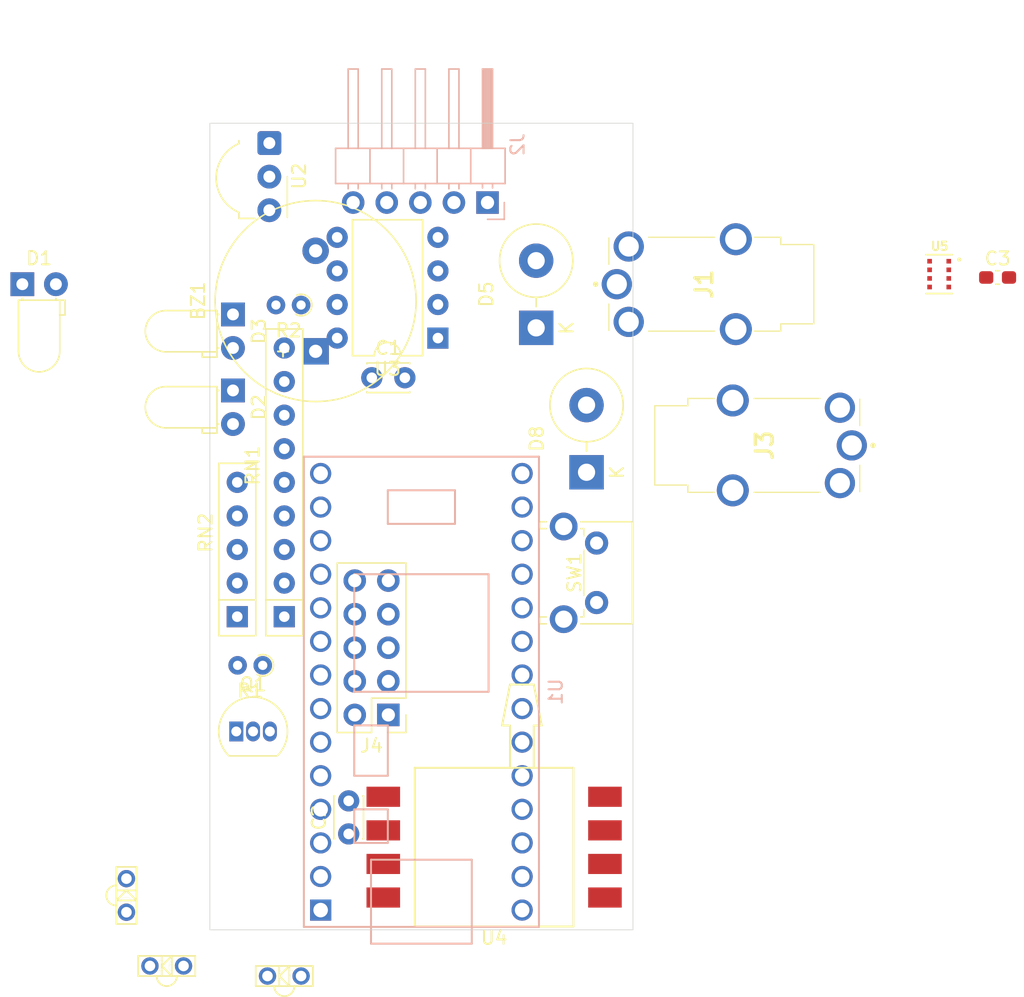
<source format=kicad_pcb>
(kicad_pcb (version 20171130) (host pcbnew 5.99.0+really5.1.10+dfsg1-1+b1)

  (general
    (thickness 1.6)
    (drawings 4)
    (tracks 0)
    (zones 0)
    (modules 27)
    (nets 52)
  )

  (page A4)
  (layers
    (0 F.Cu signal)
    (31 B.Cu signal)
    (32 B.Adhes user)
    (33 F.Adhes user)
    (34 B.Paste user)
    (35 F.Paste user)
    (36 B.SilkS user)
    (37 F.SilkS user)
    (38 B.Mask user)
    (39 F.Mask user)
    (40 Dwgs.User user)
    (41 Cmts.User user)
    (42 Eco1.User user)
    (43 Eco2.User user)
    (44 Edge.Cuts user)
    (45 Margin user)
    (46 B.CrtYd user)
    (47 F.CrtYd user)
    (48 B.Fab user)
    (49 F.Fab user)
  )

  (setup
    (last_trace_width 0.25)
    (trace_clearance 0.2)
    (zone_clearance 0.508)
    (zone_45_only no)
    (trace_min 0.2)
    (via_size 0.8)
    (via_drill 0.4)
    (via_min_size 0.4)
    (via_min_drill 0.3)
    (uvia_size 0.3)
    (uvia_drill 0.1)
    (uvias_allowed no)
    (uvia_min_size 0.2)
    (uvia_min_drill 0.1)
    (edge_width 0.05)
    (segment_width 0.2)
    (pcb_text_width 0.3)
    (pcb_text_size 1.5 1.5)
    (mod_edge_width 0.12)
    (mod_text_size 1 1)
    (mod_text_width 0.15)
    (pad_size 1.524 1.524)
    (pad_drill 0.762)
    (pad_to_mask_clearance 0.051)
    (solder_mask_min_width 0.25)
    (aux_axis_origin 0 0)
    (visible_elements FFFFFF7F)
    (pcbplotparams
      (layerselection 0x010fc_ffffffff)
      (usegerberextensions false)
      (usegerberattributes false)
      (usegerberadvancedattributes false)
      (creategerberjobfile false)
      (excludeedgelayer true)
      (linewidth 0.100000)
      (plotframeref false)
      (viasonmask false)
      (mode 1)
      (useauxorigin false)
      (hpglpennumber 1)
      (hpglpenspeed 20)
      (hpglpendiameter 15.000000)
      (psnegative false)
      (psa4output false)
      (plotreference true)
      (plotvalue true)
      (plotinvisibletext false)
      (padsonsilk false)
      (subtractmaskfromsilk false)
      (outputformat 1)
      (mirror false)
      (drillshape 1)
      (scaleselection 1)
      (outputdirectory ""))
  )

  (net 0 "")
  (net 1 /BUZZER_R)
  (net 2 /BUZZER)
  (net 3 GND)
  (net 4 VCC)
  (net 5 "Net-(D1-Pad2)")
  (net 6 /LED1)
  (net 7 /LED2)
  (net 8 "Net-(D2-Pad2)")
  (net 9 "Net-(D3-Pad2)")
  (net 10 /LED3)
  (net 11 "Net-(D4-Pad1)")
  (net 12 "Net-(D4-Pad2)")
  (net 13 /BUTTON2)
  (net 14 "Net-(D6-Pad2)")
  (net 15 "Net-(D7-Pad2)")
  (net 16 /BUTTON3)
  (net 17 "Net-(J1-Pad6SR)")
  (net 18 "Net-(J1-Pad2R)")
  (net 19 /FSR1)
  (net 20 /FSR2)
  (net 21 /FSR3)
  (net 22 /FSR4)
  (net 23 "Net-(J3-Pad6SR)")
  (net 24 "Net-(J3-Pad2R)")
  (net 25 "Net-(J4-Pad1)")
  (net 26 "Net-(J4-Pad3)")
  (net 27 "Net-(J4-Pad4)")
  (net 28 "Net-(J4-Pad5)")
  (net 29 /RX_TEENSY)
  (net 30 /TX_TEENSY)
  (net 31 VBUS)
  (net 32 /IRLED)
  (net 33 /SDA)
  (net 34 /SCL)
  (net 35 "Net-(RN2-Pad5)")
  (net 36 /BUTTON1)
  (net 37 "Net-(U1-Pad5)")
  (net 38 /TSOP)
  (net 39 "Net-(U1-Pad12)")
  (net 40 "Net-(U1-Pad13)")
  (net 41 "Net-(U1-Pad22)")
  (net 42 /MPX)
  (net 43 "Net-(U1-Pad14)")
  (net 44 "Net-(U1-Pad20)")
  (net 45 "Net-(U4-Pad5)")
  (net 46 "Net-(U4-Pad6)")
  (net 47 "Net-(U4-Pad7)")
  (net 48 "Net-(U4-Pad8)")
  (net 49 "Net-(U4-Pad1)")
  (net 50 "Net-(U5-Pad5)")
  (net 51 "Net-(U5-Pad2)")

  (net_class Default "This is the default net class."
    (clearance 0.2)
    (trace_width 0.25)
    (via_dia 0.8)
    (via_drill 0.4)
    (uvia_dia 0.3)
    (uvia_drill 0.1)
    (add_net /BUTTON1)
    (add_net /BUTTON2)
    (add_net /BUTTON3)
    (add_net /BUZZER)
    (add_net /BUZZER_R)
    (add_net /FSR1)
    (add_net /FSR2)
    (add_net /FSR3)
    (add_net /FSR4)
    (add_net /IRLED)
    (add_net /LED1)
    (add_net /LED2)
    (add_net /LED3)
    (add_net /MPX)
    (add_net /RX_TEENSY)
    (add_net /SCL)
    (add_net /SDA)
    (add_net /TSOP)
    (add_net /TX_TEENSY)
    (add_net GND)
    (add_net "Net-(D1-Pad2)")
    (add_net "Net-(D2-Pad2)")
    (add_net "Net-(D3-Pad2)")
    (add_net "Net-(D4-Pad1)")
    (add_net "Net-(D4-Pad2)")
    (add_net "Net-(D6-Pad2)")
    (add_net "Net-(D7-Pad2)")
    (add_net "Net-(J1-Pad2R)")
    (add_net "Net-(J1-Pad6SR)")
    (add_net "Net-(J3-Pad2R)")
    (add_net "Net-(J3-Pad6SR)")
    (add_net "Net-(J4-Pad1)")
    (add_net "Net-(J4-Pad3)")
    (add_net "Net-(J4-Pad4)")
    (add_net "Net-(J4-Pad5)")
    (add_net "Net-(RN2-Pad5)")
    (add_net "Net-(U1-Pad12)")
    (add_net "Net-(U1-Pad13)")
    (add_net "Net-(U1-Pad14)")
    (add_net "Net-(U1-Pad20)")
    (add_net "Net-(U1-Pad22)")
    (add_net "Net-(U1-Pad5)")
    (add_net "Net-(U4-Pad1)")
    (add_net "Net-(U4-Pad5)")
    (add_net "Net-(U4-Pad6)")
    (add_net "Net-(U4-Pad7)")
    (add_net "Net-(U4-Pad8)")
    (add_net "Net-(U5-Pad2)")
    (add_net "Net-(U5-Pad5)")
    (add_net VBUS)
    (add_net VCC)
  )

  (module Diode_THT:D_DO-201AE_P5.08mm_Vertical_KathodeUp (layer F.Cu) (tedit 5AE50CD5) (tstamp 6165CDFC)
    (at 110.49 136.398 90)
    (descr "Diode, DO-201AE series, Axial, Vertical, pin pitch=5.08mm, , length*diameter=9*5.3mm^2, , http://www.farnell.com/datasheets/529758.pdf")
    (tags "Diode DO-201AE series Axial Vertical pin pitch 5.08mm  length 9mm diameter 5.3mm")
    (path /61853184)
    (fp_text reference D8 (at 2.54 -3.77 90) (layer F.SilkS)
      (effects (font (size 1 1) (thickness 0.15)))
    )
    (fp_text value P6KE6.8A (at 2.54 3.77 90) (layer F.Fab)
      (effects (font (size 1 1) (thickness 0.15)))
    )
    (fp_text user K (at 0 2.3 90) (layer F.SilkS)
      (effects (font (size 1 1) (thickness 0.15)))
    )
    (fp_text user K (at 0 2.3 90) (layer F.Fab)
      (effects (font (size 1 1) (thickness 0.15)))
    )
    (fp_text user %R (at 2.54 -3.77 90) (layer F.Fab)
      (effects (font (size 1 1) (thickness 0.15)))
    )
    (fp_circle (center 5.08 0) (end 7.73 0) (layer F.Fab) (width 0.1))
    (fp_circle (center 5.08 0) (end 7.85 0) (layer F.SilkS) (width 0.12))
    (fp_line (start 0 0) (end 5.08 0) (layer F.Fab) (width 0.1))
    (fp_line (start 2.31 0) (end 1.6 0) (layer F.SilkS) (width 0.12))
    (fp_line (start -1.55 -2.9) (end -1.55 2.9) (layer F.CrtYd) (width 0.05))
    (fp_line (start -1.55 2.9) (end 7.99 2.9) (layer F.CrtYd) (width 0.05))
    (fp_line (start 7.99 2.9) (end 7.99 -2.9) (layer F.CrtYd) (width 0.05))
    (fp_line (start 7.99 -2.9) (end -1.55 -2.9) (layer F.CrtYd) (width 0.05))
    (pad 2 thru_hole oval (at 5.08 0 90) (size 2.6 2.6) (drill 1.3) (layers *.Cu *.Mask)
      (net 3 GND))
    (pad 1 thru_hole rect (at 0 0 90) (size 2.6 2.6) (drill 1.3) (layers *.Cu *.Mask)
      (net 16 /BUTTON3))
    (model ${KISYS3DMOD}/Diode_THT.3dshapes/D_DO-201AE_P5.08mm_Vertical_KathodeUp.wrl
      (at (xyz 0 0 0))
      (scale (xyz 1 1 1))
      (rotate (xyz 0 0 0))
    )
  )

  (module Diode_THT:D_DO-201AE_P5.08mm_Vertical_KathodeUp (layer F.Cu) (tedit 5AE50CD5) (tstamp 6165CDB1)
    (at 106.68 125.476 90)
    (descr "Diode, DO-201AE series, Axial, Vertical, pin pitch=5.08mm, , length*diameter=9*5.3mm^2, , http://www.farnell.com/datasheets/529758.pdf")
    (tags "Diode DO-201AE series Axial Vertical pin pitch 5.08mm  length 9mm diameter 5.3mm")
    (path /618399CB)
    (fp_text reference D5 (at 2.54 -3.77 90) (layer F.SilkS)
      (effects (font (size 1 1) (thickness 0.15)))
    )
    (fp_text value P6KE6.8A (at 2.54 3.77 90) (layer F.Fab)
      (effects (font (size 1 1) (thickness 0.15)))
    )
    (fp_text user K (at 0 2.3 90) (layer F.SilkS)
      (effects (font (size 1 1) (thickness 0.15)))
    )
    (fp_text user K (at 0 2.3 90) (layer F.Fab)
      (effects (font (size 1 1) (thickness 0.15)))
    )
    (fp_text user %R (at 2.54 -3.77 90) (layer F.Fab)
      (effects (font (size 1 1) (thickness 0.15)))
    )
    (fp_circle (center 5.08 0) (end 7.73 0) (layer F.Fab) (width 0.1))
    (fp_circle (center 5.08 0) (end 7.85 0) (layer F.SilkS) (width 0.12))
    (fp_line (start 0 0) (end 5.08 0) (layer F.Fab) (width 0.1))
    (fp_line (start 2.31 0) (end 1.6 0) (layer F.SilkS) (width 0.12))
    (fp_line (start -1.55 -2.9) (end -1.55 2.9) (layer F.CrtYd) (width 0.05))
    (fp_line (start -1.55 2.9) (end 7.99 2.9) (layer F.CrtYd) (width 0.05))
    (fp_line (start 7.99 2.9) (end 7.99 -2.9) (layer F.CrtYd) (width 0.05))
    (fp_line (start 7.99 -2.9) (end -1.55 -2.9) (layer F.CrtYd) (width 0.05))
    (pad 2 thru_hole oval (at 5.08 0 90) (size 2.6 2.6) (drill 1.3) (layers *.Cu *.Mask)
      (net 3 GND))
    (pad 1 thru_hole rect (at 0 0 90) (size 2.6 2.6) (drill 1.3) (layers *.Cu *.Mask)
      (net 13 /BUTTON2))
    (model ${KISYS3DMOD}/Diode_THT.3dshapes/D_DO-201AE_P5.08mm_Vertical_KathodeUp.wrl
      (at (xyz 0 0 0))
      (scale (xyz 1 1 1))
      (rotate (xyz 0 0 0))
    )
  )

  (module Button_Switch_THT:SW_Tactile_SPST_Angled_PTS645Vx83-2LFS (layer F.Cu) (tedit 5A02FE31) (tstamp 5D34E0F4)
    (at 111.25 141.75 270)
    (descr "tactile switch SPST right angle, PTS645VL83-2 LFS")
    (tags "tactile switch SPST angled PTS645VL83-2 LFS C&K Button")
    (path /5D349516)
    (fp_text reference SW1 (at 2.25 1.68 90) (layer F.SilkS)
      (effects (font (size 1 1) (thickness 0.15)))
    )
    (fp_text value SW_Push (at 2.25 5.38988 90) (layer F.Fab)
      (effects (font (size 1 1) (thickness 0.15)))
    )
    (fp_text user %R (at 2.25 1.68 90) (layer F.Fab)
      (effects (font (size 1 1) (thickness 0.15)))
    )
    (fp_line (start 0.5 -8.35) (end 0.5 -2.59) (layer F.Fab) (width 0.1))
    (fp_line (start 4 -8.35) (end 4 -2.59) (layer F.Fab) (width 0.1))
    (fp_line (start 0.5 -8.35) (end 4 -8.35) (layer F.Fab) (width 0.1))
    (fp_line (start -1.09 0.97) (end -1.09 1.2) (layer F.SilkS) (width 0.12))
    (fp_line (start 5.7 4.2) (end 5.7 0.86) (layer F.Fab) (width 0.1))
    (fp_line (start -1.5 4.2) (end -1.2 4.2) (layer F.Fab) (width 0.1))
    (fp_line (start -1.2 0.86) (end 5.7 0.86) (layer F.Fab) (width 0.1))
    (fp_line (start 6 4.2) (end 6 -2.59) (layer F.Fab) (width 0.1))
    (fp_line (start -2.5 -2.8) (end 7.05 -2.8) (layer F.CrtYd) (width 0.05))
    (fp_line (start 7.05 -2.8) (end 7.05 4.45) (layer F.CrtYd) (width 0.05))
    (fp_line (start 7.05 4.45) (end -2.5 4.45) (layer F.CrtYd) (width 0.05))
    (fp_line (start -2.5 4.45) (end -2.5 -2.8) (layer F.CrtYd) (width 0.05))
    (fp_line (start -1.61 -2.7) (end 6.11 -2.7) (layer F.SilkS) (width 0.12))
    (fp_line (start 6.11 -2.7) (end 6.11 1.2) (layer F.SilkS) (width 0.12))
    (fp_line (start -1.61 4.31) (end -1.09 4.31) (layer F.SilkS) (width 0.12))
    (fp_line (start -1.61 -2.7) (end -1.61 1.2) (layer F.SilkS) (width 0.12))
    (fp_line (start -1.5 -2.59) (end 6 -2.59) (layer F.Fab) (width 0.1))
    (fp_line (start -1.5 4.2) (end -1.5 -2.59) (layer F.Fab) (width 0.1))
    (fp_line (start 5.7 4.2) (end 6 4.2) (layer F.Fab) (width 0.1))
    (fp_line (start -1.2 4.2) (end -1.2 0.86) (layer F.Fab) (width 0.1))
    (fp_line (start 5.59 0.97) (end 5.59 1.2) (layer F.SilkS) (width 0.12))
    (fp_line (start -1.09 3.8) (end -1.09 4.31) (layer F.SilkS) (width 0.12))
    (fp_line (start -1.61 3.8) (end -1.61 4.31) (layer F.SilkS) (width 0.12))
    (fp_line (start 5.05 0.97) (end 5.59 0.97) (layer F.SilkS) (width 0.12))
    (fp_line (start 5.59 3.8) (end 5.59 4.31) (layer F.SilkS) (width 0.12))
    (fp_line (start 5.59 4.31) (end 6.11 4.31) (layer F.SilkS) (width 0.12))
    (fp_line (start 6.11 3.8) (end 6.11 4.31) (layer F.SilkS) (width 0.12))
    (fp_line (start -1.09 0.97) (end -0.55 0.97) (layer F.SilkS) (width 0.12))
    (fp_line (start 0.55 0.97) (end 3.95 0.97) (layer F.SilkS) (width 0.12))
    (pad "" thru_hole circle (at -1.25 2.49 270) (size 2.1 2.1) (drill 1.3) (layers *.Cu *.Mask))
    (pad 1 thru_hole circle (at 0 0 270) (size 1.75 1.75) (drill 0.99) (layers *.Cu *.Mask)
      (net 36 /BUTTON1))
    (pad 2 thru_hole circle (at 4.5 0 270) (size 1.75 1.75) (drill 0.99) (layers *.Cu *.Mask)
      (net 3 GND))
    (pad "" thru_hole circle (at 5.76 2.49 270) (size 2.1 2.1) (drill 1.3) (layers *.Cu *.Mask))
    (model ${KISYS3DMOD}/Button_Switch_THT.3dshapes/SW_Tactile_SPST_Angled_PTS645Vx83-2LFS.wrl
      (at (xyz 0 0 0))
      (scale (xyz 1 1 1))
      (rotate (xyz 0 0 0))
    )
  )

  (module FLipMouse:Teensy30_31_32_LC (layer B.Cu) (tedit 615EB52A) (tstamp 5D34DF31)
    (at 98 153 90)
    (path /5D3517DE)
    (fp_text reference U1 (at 0 10.16 90) (layer B.SilkS)
      (effects (font (size 1 1) (thickness 0.15)) (justify mirror))
    )
    (fp_text value Teensy-LC (at 0 -10.16 90) (layer B.Fab)
      (effects (font (size 1 1) (thickness 0.15)) (justify mirror))
    )
    (fp_line (start -17.78 -8.89) (end -17.78 8.89) (layer B.SilkS) (width 0.15))
    (fp_line (start 17.78 -8.89) (end -17.78 -8.89) (layer B.SilkS) (width 0.15))
    (fp_line (start 17.78 8.89) (end 17.78 -8.89) (layer B.SilkS) (width 0.15))
    (fp_line (start -17.78 8.89) (end 17.78 8.89) (layer B.SilkS) (width 0.15))
    (fp_line (start 8.89 -5.08) (end 0 -5.08) (layer B.SilkS) (width 0.15))
    (fp_line (start 8.89 5.08) (end 0 5.08) (layer B.SilkS) (width 0.15))
    (fp_line (start 0 5.08) (end 0 -5.08) (layer B.SilkS) (width 0.15))
    (fp_line (start 8.89 -5.08) (end 8.89 5.08) (layer B.SilkS) (width 0.15))
    (fp_line (start 12.7 2.54) (end 15.24 2.54) (layer B.SilkS) (width 0.15))
    (fp_line (start 12.7 -2.54) (end 12.7 2.54) (layer B.SilkS) (width 0.15))
    (fp_line (start 15.24 -2.54) (end 12.7 -2.54) (layer B.SilkS) (width 0.15))
    (fp_line (start 15.24 2.54) (end 15.24 -2.54) (layer B.SilkS) (width 0.15))
    (fp_line (start -11.43 -2.54) (end -11.43 -5.08) (layer B.SilkS) (width 0.15))
    (fp_line (start -8.89 -2.54) (end -11.43 -2.54) (layer B.SilkS) (width 0.15))
    (fp_line (start -8.89 -5.08) (end -8.89 -2.54) (layer B.SilkS) (width 0.15))
    (fp_line (start -11.43 -5.08) (end -8.89 -5.08) (layer B.SilkS) (width 0.15))
    (fp_line (start -12.7 -3.81) (end -17.78 -3.81) (layer B.SilkS) (width 0.15))
    (fp_line (start -12.7 3.81) (end -17.78 3.81) (layer B.SilkS) (width 0.15))
    (fp_line (start -12.7 -3.81) (end -12.7 3.81) (layer B.SilkS) (width 0.15))
    (fp_line (start -6.35 -2.54) (end -6.35 -5.08) (layer B.SilkS) (width 0.15))
    (fp_line (start -2.54 -2.54) (end -6.35 -2.54) (layer B.SilkS) (width 0.15))
    (fp_line (start -2.54 -5.08) (end -2.54 -2.54) (layer B.SilkS) (width 0.15))
    (fp_line (start -6.35 -5.08) (end -2.54 -5.08) (layer B.SilkS) (width 0.15))
    (fp_line (start -19.05 3.81) (end -17.78 3.81) (layer B.SilkS) (width 0.15))
    (fp_line (start -19.05 -3.81) (end -19.05 3.81) (layer B.SilkS) (width 0.15))
    (fp_line (start -17.78 -3.81) (end -19.05 -3.81) (layer B.SilkS) (width 0.15))
    (pad 1 thru_hole rect (at -16.51 -7.62 90) (size 1.6 1.6) (drill 1.1) (layers *.Cu)
      (net 3 GND))
    (pad 2 thru_hole circle (at -13.97 -7.62 90) (size 1.6 1.6) (drill 1.1) (layers *.Cu)
      (net 36 /BUTTON1))
    (pad 3 thru_hole circle (at -11.43 -7.62 90) (size 1.6 1.6) (drill 1.1) (layers *.Cu)
      (net 13 /BUTTON2))
    (pad 4 thru_hole circle (at -8.89 -7.62 90) (size 1.6 1.6) (drill 1.1) (layers *.Cu)
      (net 16 /BUTTON3))
    (pad 5 thru_hole circle (at -6.35 -7.62 90) (size 1.6 1.6) (drill 1.1) (layers *.Cu)
      (net 37 "Net-(U1-Pad5)"))
    (pad 6 thru_hole circle (at -3.81 -7.62 90) (size 1.6 1.6) (drill 1.1) (layers *.Cu)
      (net 38 /TSOP))
    (pad 7 thru_hole circle (at -1.27 -7.62 90) (size 1.6 1.6) (drill 1.1) (layers *.Cu)
      (net 6 /LED1))
    (pad 8 thru_hole circle (at 1.27 -7.62 90) (size 1.6 1.6) (drill 1.1) (layers *.Cu)
      (net 32 /IRLED))
    (pad 9 thru_hole circle (at 3.81 -7.62 90) (size 1.6 1.6) (drill 1.1) (layers *.Cu)
      (net 29 /RX_TEENSY))
    (pad 10 thru_hole circle (at 6.35 -7.62 90) (size 1.6 1.6) (drill 1.1) (layers *.Cu)
      (net 30 /TX_TEENSY))
    (pad 11 thru_hole circle (at 8.89 -7.62 90) (size 1.6 1.6) (drill 1.1) (layers *.Cu)
      (net 2 /BUZZER))
    (pad 12 thru_hole circle (at 11.43 -7.62 90) (size 1.6 1.6) (drill 1.1) (layers *.Cu)
      (net 39 "Net-(U1-Pad12)"))
    (pad 13 thru_hole circle (at 13.97 -7.62 90) (size 1.6 1.6) (drill 1.1) (layers *.Cu)
      (net 40 "Net-(U1-Pad13)"))
    (pad 33 thru_hole circle (at -16.51 7.62 90) (size 1.6 1.6) (drill 1.1) (layers *.Cu)
      (net 31 VBUS))
    (pad 32 thru_hole circle (at -13.97 7.62 90) (size 1.6 1.6) (drill 1.1) (layers *.Cu)
      (net 3 GND))
    (pad 31 thru_hole circle (at -11.43 7.62 90) (size 1.6 1.6) (drill 1.1) (layers *.Cu)
      (net 4 VCC))
    (pad 30 thru_hole circle (at -8.89 7.62 90) (size 1.6 1.6) (drill 1.1) (layers *.Cu)
      (net 22 /FSR4))
    (pad 29 thru_hole circle (at -6.35 7.62 90) (size 1.6 1.6) (drill 1.1) (layers *.Cu)
      (net 21 /FSR3))
    (pad 28 thru_hole circle (at -3.81 7.62 90) (size 1.6 1.6) (drill 1.1) (layers *.Cu)
      (net 20 /FSR2))
    (pad 27 thru_hole circle (at -1.27 7.62 90) (size 1.6 1.6) (drill 1.1) (layers *.Cu)
      (net 19 /FSR1))
    (pad 26 thru_hole circle (at 1.27 7.62 90) (size 1.6 1.6) (drill 1.1) (layers *.Cu)
      (net 34 /SCL))
    (pad 25 thru_hole circle (at 3.81 7.62 90) (size 1.6 1.6) (drill 1.1) (layers *.Cu)
      (net 33 /SDA))
    (pad 24 thru_hole circle (at 6.35 7.62 90) (size 1.6 1.6) (drill 1.1) (layers *.Cu)
      (net 10 /LED3))
    (pad 23 thru_hole circle (at 8.89 7.62 90) (size 1.6 1.6) (drill 1.1) (layers *.Cu)
      (net 7 /LED2))
    (pad 22 thru_hole circle (at 11.43 7.62 90) (size 1.6 1.6) (drill 1.1) (layers *.Cu)
      (net 41 "Net-(U1-Pad22)"))
    (pad 21 thru_hole circle (at 13.97 7.62 90) (size 1.6 1.6) (drill 1.1) (layers *.Cu)
      (net 42 /MPX))
    (pad 14 thru_hole circle (at 16.51 -7.62 90) (size 1.6 1.6) (drill 1.1) (layers *.Cu)
      (net 43 "Net-(U1-Pad14)"))
    (pad 20 thru_hole circle (at 16.51 7.62 90) (size 1.6 1.6) (drill 1.1) (layers *.Cu)
      (net 44 "Net-(U1-Pad20)"))
  )

  (module FLipMouse:DPS310 (layer F.Cu) (tedit 6165589D) (tstamp 6165D03B)
    (at 137.16 121.412)
    (path /6165ADEA)
    (fp_text reference U5 (at 0.032 -2.1064) (layer F.SilkS)
      (effects (font (size 0.64 0.64) (thickness 0.15)))
    )
    (fp_text value DPS310 (at 2.4704 2.1064) (layer F.Fab)
      (effects (font (size 0.64 0.64) (thickness 0.15)))
    )
    (fp_line (start 1 -1.47) (end -1 -1.47) (layer F.SilkS) (width 0.127))
    (fp_line (start -1 -1.25) (end -1 1.25) (layer F.Fab) (width 0.127))
    (fp_line (start -1 1.47) (end 1 1.47) (layer F.SilkS) (width 0.127))
    (fp_line (start 1 1.25) (end 1 -1.25) (layer F.Fab) (width 0.127))
    (fp_line (start 1.25 -1.5) (end -1.25 -1.5) (layer F.CrtYd) (width 0.05))
    (fp_line (start -1.25 -1.5) (end -1.25 1.5) (layer F.CrtYd) (width 0.05))
    (fp_line (start -1.25 1.5) (end 1.25 1.5) (layer F.CrtYd) (width 0.05))
    (fp_line (start 1.25 1.5) (end 1.25 -1.5) (layer F.CrtYd) (width 0.05))
    (fp_circle (center 1.52 -1.1) (end 1.6 -1.1) (layer F.SilkS) (width 0.16))
    (fp_line (start 1 1.25) (end -1 1.25) (layer F.Fab) (width 0.127))
    (fp_line (start -1 -1.25) (end 1 -1.25) (layer F.Fab) (width 0.127))
    (fp_circle (center 1.52 -1.1) (end 1.6 -1.1) (layer F.Fab) (width 0.16))
    (fp_circle (center -0.725 -0.975) (end -0.6375 -0.975) (layer F.Paste) (width 0.175))
    (fp_circle (center -0.725 -0.325) (end -0.6375 -0.325) (layer F.Paste) (width 0.175))
    (fp_circle (center -0.725 0.325) (end -0.6375 0.325) (layer F.Paste) (width 0.175))
    (fp_circle (center -0.725 0.975) (end -0.6375 0.975) (layer F.Paste) (width 0.175))
    (fp_circle (center 0.725 -0.975) (end 0.8125 -0.975) (layer F.Paste) (width 0.175))
    (fp_circle (center 0.725 -0.325) (end 0.8125 -0.325) (layer F.Paste) (width 0.175))
    (fp_circle (center 0.725 0.325) (end 0.8125 0.325) (layer F.Paste) (width 0.175))
    (fp_circle (center 0.725 0.975) (end 0.8125 0.975) (layer F.Paste) (width 0.175))
    (pad 8 smd rect (at -0.725 -0.975) (size 0.35 0.35) (layers F.Cu F.Mask)
      (net 4 VCC))
    (pad 7 smd rect (at -0.725 -0.325) (size 0.35 0.35) (layers F.Cu F.Mask)
      (net 3 GND))
    (pad 6 smd rect (at -0.725 0.325) (size 0.35 0.35) (layers F.Cu F.Mask)
      (net 4 VCC))
    (pad 5 smd rect (at -0.725 0.975) (size 0.35 0.35) (layers F.Cu F.Mask)
      (net 50 "Net-(U5-Pad5)"))
    (pad 4 smd rect (at 0.725 0.975) (size 0.35 0.35) (layers F.Cu F.Mask)
      (net 34 /SCL))
    (pad 3 smd rect (at 0.725 0.325) (size 0.35 0.35) (layers F.Cu F.Mask)
      (net 33 /SDA))
    (pad 2 smd rect (at 0.725 -0.325) (size 0.35 0.35) (layers F.Cu F.Mask)
      (net 51 "Net-(U5-Pad2)"))
    (pad 1 smd rect (at 0.725 -0.975) (size 0.35 0.35) (layers F.Cu F.Mask)
      (net 3 GND))
  )

  (module Resistor_THT:R_Array_SIP9 (layer F.Cu) (tedit 5A14249F) (tstamp 6165CF18)
    (at 87.63 147.32 90)
    (descr "9-pin Resistor SIP pack")
    (tags R)
    (path /61689C2B)
    (fp_text reference RN1 (at 11.43 -2.4 90) (layer F.SilkS)
      (effects (font (size 1 1) (thickness 0.15)))
    )
    (fp_text value 10k (at 11.43 2.4 90) (layer F.Fab)
      (effects (font (size 1 1) (thickness 0.15)))
    )
    (fp_text user %R (at 10.16 0 90) (layer F.Fab)
      (effects (font (size 1 1) (thickness 0.15)))
    )
    (fp_line (start -1.29 -1.25) (end -1.29 1.25) (layer F.Fab) (width 0.1))
    (fp_line (start -1.29 1.25) (end 21.61 1.25) (layer F.Fab) (width 0.1))
    (fp_line (start 21.61 1.25) (end 21.61 -1.25) (layer F.Fab) (width 0.1))
    (fp_line (start 21.61 -1.25) (end -1.29 -1.25) (layer F.Fab) (width 0.1))
    (fp_line (start 1.27 -1.25) (end 1.27 1.25) (layer F.Fab) (width 0.1))
    (fp_line (start -1.44 -1.4) (end -1.44 1.4) (layer F.SilkS) (width 0.12))
    (fp_line (start -1.44 1.4) (end 21.76 1.4) (layer F.SilkS) (width 0.12))
    (fp_line (start 21.76 1.4) (end 21.76 -1.4) (layer F.SilkS) (width 0.12))
    (fp_line (start 21.76 -1.4) (end -1.44 -1.4) (layer F.SilkS) (width 0.12))
    (fp_line (start 1.27 -1.4) (end 1.27 1.4) (layer F.SilkS) (width 0.12))
    (fp_line (start -1.7 -1.65) (end -1.7 1.65) (layer F.CrtYd) (width 0.05))
    (fp_line (start -1.7 1.65) (end 22.05 1.65) (layer F.CrtYd) (width 0.05))
    (fp_line (start 22.05 1.65) (end 22.05 -1.65) (layer F.CrtYd) (width 0.05))
    (fp_line (start 22.05 -1.65) (end -1.7 -1.65) (layer F.CrtYd) (width 0.05))
    (pad 9 thru_hole oval (at 20.32 0 90) (size 1.6 1.6) (drill 0.8) (layers *.Cu *.Mask)
      (net 22 /FSR4))
    (pad 8 thru_hole oval (at 17.78 0 90) (size 1.6 1.6) (drill 0.8) (layers *.Cu *.Mask)
      (net 21 /FSR3))
    (pad 7 thru_hole oval (at 15.24 0 90) (size 1.6 1.6) (drill 0.8) (layers *.Cu *.Mask)
      (net 20 /FSR2))
    (pad 6 thru_hole oval (at 12.7 0 90) (size 1.6 1.6) (drill 0.8) (layers *.Cu *.Mask)
      (net 19 /FSR1))
    (pad 5 thru_hole oval (at 10.16 0 90) (size 1.6 1.6) (drill 0.8) (layers *.Cu *.Mask)
      (net 1 /BUZZER_R))
    (pad 4 thru_hole oval (at 7.62 0 90) (size 1.6 1.6) (drill 0.8) (layers *.Cu *.Mask)
      (net 1 /BUZZER_R))
    (pad 3 thru_hole oval (at 5.08 0 90) (size 1.6 1.6) (drill 0.8) (layers *.Cu *.Mask)
      (net 33 /SDA))
    (pad 2 thru_hole oval (at 2.54 0 90) (size 1.6 1.6) (drill 0.8) (layers *.Cu *.Mask)
      (net 34 /SCL))
    (pad 1 thru_hole rect (at 0 0 90) (size 1.6 1.6) (drill 0.8) (layers *.Cu *.Mask)
      (net 4 VCC))
    (model ${KISYS3DMOD}/Resistor_THT.3dshapes/R_Array_SIP9.wrl
      (at (xyz 0 0 0))
      (scale (xyz 1 1 1))
      (rotate (xyz 0 0 0))
    )
  )

  (module FLipMouse:FC68125 (layer F.Cu) (tedit 60520259) (tstamp 6165CEA1)
    (at 123.952 134.366 90)
    (descr "FC68125 adapted: nob position adjusted")
    (tags Connector)
    (path /6185318A)
    (fp_text reference J3 (at 0 0 90) (layer F.SilkS)
      (effects (font (size 1.27 1.27) (thickness 0.254)))
    )
    (fp_text value AudioJack3_Ground (at 0 0 90) (layer F.SilkS) hide
      (effects (font (size 1.27 1.27) (thickness 0.254)))
    )
    (fp_arc (start 0 8.2) (end 0.1 8.2) (angle 180) (layer F.SilkS) (width 0.2))
    (fp_arc (start 0 8.2) (end -0.1 8.2) (angle 180) (layer F.SilkS) (width 0.2))
    (fp_text user %R (at 0 0 90) (layer F.Fab)
      (effects (font (size 1.27 1.27) (thickness 0.254)))
    )
    (fp_line (start 0.1 8.2) (end 0.1 8.2) (layer F.SilkS) (width 0.2))
    (fp_line (start -0.1 8.2) (end -0.1 8.2) (layer F.SilkS) (width 0.2))
    (fp_line (start 3.5 7.2) (end 1.5 7.2) (layer F.SilkS) (width 0.1))
    (fp_line (start -3.5 7.2) (end -1.5 7.2) (layer F.SilkS) (width 0.1))
    (fp_line (start 3.55 -0.8) (end 3.55 4.2) (layer F.SilkS) (width 0.1))
    (fp_line (start -3.55 -0.8) (end -3.55 4.2) (layer F.SilkS) (width 0.1))
    (fp_line (start 3.55 -5.8) (end 3.55 -3.8) (layer F.SilkS) (width 0.1))
    (fp_line (start 3 -5.8) (end 3.55 -5.8) (layer F.SilkS) (width 0.1))
    (fp_line (start 3 -8.3) (end 3 -5.8) (layer F.SilkS) (width 0.1))
    (fp_line (start -3 -8.3) (end 3 -8.3) (layer F.SilkS) (width 0.1))
    (fp_line (start -3 -5.8) (end -3 -8.3) (layer F.SilkS) (width 0.1))
    (fp_line (start -3.55 -5.8) (end -3 -5.8) (layer F.SilkS) (width 0.1))
    (fp_line (start -3.55 -3.8) (end -3.55 -5.8) (layer F.SilkS) (width 0.1))
    (fp_line (start 3 -8.3) (end 3 -5.8) (layer F.Fab) (width 0.2))
    (fp_line (start -3 -8.3) (end 3 -8.3) (layer F.Fab) (width 0.2))
    (fp_line (start -3 -5.8) (end -3 -8.3) (layer F.Fab) (width 0.2))
    (fp_line (start -5.609 9.3) (end -5.609 -9.3) (layer F.CrtYd) (width 0.1))
    (fp_line (start 5.609 9.3) (end -5.609 9.3) (layer F.CrtYd) (width 0.1))
    (fp_line (start 5.609 -9.3) (end 5.609 9.3) (layer F.CrtYd) (width 0.1))
    (fp_line (start -5.609 -9.3) (end 5.609 -9.3) (layer F.CrtYd) (width 0.1))
    (fp_line (start -3.55 7.2) (end -3.55 -5.8) (layer F.Fab) (width 0.2))
    (fp_line (start 3.55 7.2) (end -3.55 7.2) (layer F.Fab) (width 0.2))
    (fp_line (start 3.55 -5.8) (end 3.55 7.2) (layer F.Fab) (width 0.2))
    (fp_line (start -3.55 -5.8) (end 3.55 -5.8) (layer F.Fab) (width 0.2))
    (pad MH2 np_thru_hole circle (at 0 3.2 90) (size 1.1 0) (drill 1.1) (layers *.Cu *.Mask))
    (pad MH1 np_thru_hole circle (at 0 -3.8 90) (size 1.1 0) (drill 1.1) (layers *.Cu *.Mask))
    (pad 6SR thru_hole circle (at 2.85 5.7 90) (size 2.285 2.285) (drill 1.5232) (layers *.Cu *.Mask)
      (net 23 "Net-(J3-Pad6SR)"))
    (pad 3T thru_hole circle (at 3.4 -2.4 90) (size 2.419 2.419) (drill 1.6125) (layers *.Cu *.Mask)
      (net 16 /BUTTON3))
    (pad 3T thru_hole circle (at -3.4 -2.4 90) (size 2.419 2.419) (drill 1.6125) (layers *.Cu *.Mask)
      (net 16 /BUTTON3))
    (pad 2R thru_hole circle (at -2.85 5.7 90) (size 2.285 2.285) (drill 1.5232) (layers *.Cu *.Mask)
      (net 24 "Net-(J3-Pad2R)"))
    (pad 1S thru_hole circle (at 0 6.6 90) (size 2.285 2.285) (drill 1.5232) (layers *.Cu *.Mask)
      (net 3 GND))
    (model E:/daten_2012_11_16/eigene_dokumente/FH/FH/Internship/Git/hardware/3D_models/JackPlug_FC68125.step
      (offset (xyz -3.55 5.8 0.5))
      (scale (xyz 1 1 1))
      (rotate (xyz 0 0 90))
    )
  )

  (module FLipMouse:FC68125 (layer F.Cu) (tedit 60520259) (tstamp 6165CE22)
    (at 119.38 122.174 270)
    (descr "FC68125 adapted: nob position adjusted")
    (tags Connector)
    (path /618447ED)
    (fp_text reference J1 (at 0 0 90) (layer F.SilkS)
      (effects (font (size 1.27 1.27) (thickness 0.254)))
    )
    (fp_text value AudioJack3_Ground (at 0 0 90) (layer F.SilkS) hide
      (effects (font (size 1.27 1.27) (thickness 0.254)))
    )
    (fp_arc (start 0 8.2) (end 0.1 8.2) (angle 180) (layer F.SilkS) (width 0.2))
    (fp_arc (start 0 8.2) (end -0.1 8.2) (angle 180) (layer F.SilkS) (width 0.2))
    (fp_text user %R (at 0 0 90) (layer F.Fab)
      (effects (font (size 1.27 1.27) (thickness 0.254)))
    )
    (fp_line (start 0.1 8.2) (end 0.1 8.2) (layer F.SilkS) (width 0.2))
    (fp_line (start -0.1 8.2) (end -0.1 8.2) (layer F.SilkS) (width 0.2))
    (fp_line (start 3.5 7.2) (end 1.5 7.2) (layer F.SilkS) (width 0.1))
    (fp_line (start -3.5 7.2) (end -1.5 7.2) (layer F.SilkS) (width 0.1))
    (fp_line (start 3.55 -0.8) (end 3.55 4.2) (layer F.SilkS) (width 0.1))
    (fp_line (start -3.55 -0.8) (end -3.55 4.2) (layer F.SilkS) (width 0.1))
    (fp_line (start 3.55 -5.8) (end 3.55 -3.8) (layer F.SilkS) (width 0.1))
    (fp_line (start 3 -5.8) (end 3.55 -5.8) (layer F.SilkS) (width 0.1))
    (fp_line (start 3 -8.3) (end 3 -5.8) (layer F.SilkS) (width 0.1))
    (fp_line (start -3 -8.3) (end 3 -8.3) (layer F.SilkS) (width 0.1))
    (fp_line (start -3 -5.8) (end -3 -8.3) (layer F.SilkS) (width 0.1))
    (fp_line (start -3.55 -5.8) (end -3 -5.8) (layer F.SilkS) (width 0.1))
    (fp_line (start -3.55 -3.8) (end -3.55 -5.8) (layer F.SilkS) (width 0.1))
    (fp_line (start 3 -8.3) (end 3 -5.8) (layer F.Fab) (width 0.2))
    (fp_line (start -3 -8.3) (end 3 -8.3) (layer F.Fab) (width 0.2))
    (fp_line (start -3 -5.8) (end -3 -8.3) (layer F.Fab) (width 0.2))
    (fp_line (start -5.609 9.3) (end -5.609 -9.3) (layer F.CrtYd) (width 0.1))
    (fp_line (start 5.609 9.3) (end -5.609 9.3) (layer F.CrtYd) (width 0.1))
    (fp_line (start 5.609 -9.3) (end 5.609 9.3) (layer F.CrtYd) (width 0.1))
    (fp_line (start -5.609 -9.3) (end 5.609 -9.3) (layer F.CrtYd) (width 0.1))
    (fp_line (start -3.55 7.2) (end -3.55 -5.8) (layer F.Fab) (width 0.2))
    (fp_line (start 3.55 7.2) (end -3.55 7.2) (layer F.Fab) (width 0.2))
    (fp_line (start 3.55 -5.8) (end 3.55 7.2) (layer F.Fab) (width 0.2))
    (fp_line (start -3.55 -5.8) (end 3.55 -5.8) (layer F.Fab) (width 0.2))
    (pad MH2 np_thru_hole circle (at 0 3.2 270) (size 1.1 0) (drill 1.1) (layers *.Cu *.Mask))
    (pad MH1 np_thru_hole circle (at 0 -3.8 270) (size 1.1 0) (drill 1.1) (layers *.Cu *.Mask))
    (pad 6SR thru_hole circle (at 2.85 5.7 270) (size 2.285 2.285) (drill 1.5232) (layers *.Cu *.Mask)
      (net 17 "Net-(J1-Pad6SR)"))
    (pad 3T thru_hole circle (at 3.4 -2.4 270) (size 2.419 2.419) (drill 1.6125) (layers *.Cu *.Mask)
      (net 13 /BUTTON2))
    (pad 3T thru_hole circle (at -3.4 -2.4 270) (size 2.419 2.419) (drill 1.6125) (layers *.Cu *.Mask)
      (net 13 /BUTTON2))
    (pad 2R thru_hole circle (at -2.85 5.7 270) (size 2.285 2.285) (drill 1.5232) (layers *.Cu *.Mask)
      (net 18 "Net-(J1-Pad2R)"))
    (pad 1S thru_hole circle (at 0 6.6 270) (size 2.285 2.285) (drill 1.5232) (layers *.Cu *.Mask)
      (net 3 GND))
    (model E:/daten_2012_11_16/eigene_dokumente/FH/FH/Internship/Git/hardware/3D_models/JackPlug_FC68125.step
      (offset (xyz -3.55 5.8 0.5))
      (scale (xyz 1 1 1))
      (rotate (xyz 0 0 90))
    )
  )

  (module FLipMouse:LTE-302 (layer F.Cu) (tedit 5FBE3FFD) (tstamp 6165CDDD)
    (at 87.63 174.498)
    (path /617D22B6)
    (fp_text reference D7 (at 0 0) (layer F.SilkS)
      (effects (font (size 0.787402 0.787402) (thickness 0.015)))
    )
    (fp_text value LTE-302 (at 0 0) (layer F.Fab)
      (effects (font (size 0.787402 0.787402) (thickness 0.015)))
    )
    (fp_arc (start 0 0.762) (end -0.762 0.762) (angle -180) (layer F.SilkS) (width 0.127))
    (fp_line (start 2.159 -0.762) (end 2.159 0.762) (layer F.SilkS) (width 0.127))
    (fp_line (start 2.159 0.762) (end 0.762 0.762) (layer F.SilkS) (width 0.127))
    (fp_line (start 0.762 0.762) (end 0.381 0.762) (layer F.SilkS) (width 0.127))
    (fp_line (start 0.381 0.762) (end -0.381 0.762) (layer F.SilkS) (width 0.127))
    (fp_line (start -0.381 0.762) (end -0.762 0.762) (layer F.SilkS) (width 0.127))
    (fp_line (start -0.762 0.762) (end -2.159 0.762) (layer F.SilkS) (width 0.127))
    (fp_line (start -2.159 0.762) (end -2.159 -0.762) (layer F.SilkS) (width 0.127))
    (fp_line (start -2.159 -0.762) (end -0.381 -0.762) (layer F.SilkS) (width 0.127))
    (fp_line (start -0.381 -0.762) (end 0.381 -0.762) (layer F.SilkS) (width 0.127))
    (fp_line (start 0.381 -0.762) (end 2.159 -0.762) (layer F.SilkS) (width 0.127))
    (fp_line (start -0.381 0) (end 0.381 -0.762) (layer F.SilkS) (width 0.127))
    (fp_line (start 0.381 -0.762) (end 0.381 0.762) (layer F.SilkS) (width 0.127))
    (fp_line (start 0.381 0.762) (end -0.381 0) (layer F.SilkS) (width 0.127))
    (fp_line (start -0.381 0) (end -0.381 -0.762) (layer F.SilkS) (width 0.127))
    (fp_line (start -0.381 0) (end -0.381 0.762) (layer F.SilkS) (width 0.127))
    (pad 1 thru_hole circle (at -1.27 0) (size 1.308 1.308) (drill 0.8) (layers *.Cu *.Mask)
      (net 14 "Net-(D6-Pad2)"))
    (pad 2 thru_hole circle (at 1.27 0) (size 1.308 1.308) (drill 0.8) (layers *.Cu *.Mask)
      (net 15 "Net-(D7-Pad2)"))
  )

  (module FLipMouse:LTE-302 (layer F.Cu) (tedit 5FBE3FFD) (tstamp 6165CDC7)
    (at 78.74 173.736)
    (path /617D1BB2)
    (fp_text reference D6 (at 0 0) (layer F.SilkS)
      (effects (font (size 0.787402 0.787402) (thickness 0.015)))
    )
    (fp_text value LTE-302 (at 0 0) (layer F.Fab)
      (effects (font (size 0.787402 0.787402) (thickness 0.015)))
    )
    (fp_arc (start 0 0.762) (end -0.762 0.762) (angle -180) (layer F.SilkS) (width 0.127))
    (fp_line (start 2.159 -0.762) (end 2.159 0.762) (layer F.SilkS) (width 0.127))
    (fp_line (start 2.159 0.762) (end 0.762 0.762) (layer F.SilkS) (width 0.127))
    (fp_line (start 0.762 0.762) (end 0.381 0.762) (layer F.SilkS) (width 0.127))
    (fp_line (start 0.381 0.762) (end -0.381 0.762) (layer F.SilkS) (width 0.127))
    (fp_line (start -0.381 0.762) (end -0.762 0.762) (layer F.SilkS) (width 0.127))
    (fp_line (start -0.762 0.762) (end -2.159 0.762) (layer F.SilkS) (width 0.127))
    (fp_line (start -2.159 0.762) (end -2.159 -0.762) (layer F.SilkS) (width 0.127))
    (fp_line (start -2.159 -0.762) (end -0.381 -0.762) (layer F.SilkS) (width 0.127))
    (fp_line (start -0.381 -0.762) (end 0.381 -0.762) (layer F.SilkS) (width 0.127))
    (fp_line (start 0.381 -0.762) (end 2.159 -0.762) (layer F.SilkS) (width 0.127))
    (fp_line (start -0.381 0) (end 0.381 -0.762) (layer F.SilkS) (width 0.127))
    (fp_line (start 0.381 -0.762) (end 0.381 0.762) (layer F.SilkS) (width 0.127))
    (fp_line (start 0.381 0.762) (end -0.381 0) (layer F.SilkS) (width 0.127))
    (fp_line (start -0.381 0) (end -0.381 -0.762) (layer F.SilkS) (width 0.127))
    (fp_line (start -0.381 0) (end -0.381 0.762) (layer F.SilkS) (width 0.127))
    (pad 1 thru_hole circle (at -1.27 0) (size 1.308 1.308) (drill 0.8) (layers *.Cu *.Mask)
      (net 12 "Net-(D4-Pad2)"))
    (pad 2 thru_hole circle (at 1.27 0) (size 1.308 1.308) (drill 0.8) (layers *.Cu *.Mask)
      (net 14 "Net-(D6-Pad2)"))
  )

  (module FLipMouse:LTE-302 (layer F.Cu) (tedit 5FBE3FFD) (tstamp 5D34E2E4)
    (at 75.692 168.402 270)
    (path /5D34B912)
    (fp_text reference D4 (at 0 0 90) (layer F.SilkS)
      (effects (font (size 0.787402 0.787402) (thickness 0.015)))
    )
    (fp_text value LTE-302 (at 0 0 90) (layer F.Fab)
      (effects (font (size 0.787402 0.787402) (thickness 0.015)))
    )
    (fp_arc (start 0 0.762) (end -0.762 0.762) (angle -180) (layer F.SilkS) (width 0.127))
    (fp_line (start 2.159 -0.762) (end 2.159 0.762) (layer F.SilkS) (width 0.127))
    (fp_line (start 2.159 0.762) (end 0.762 0.762) (layer F.SilkS) (width 0.127))
    (fp_line (start 0.762 0.762) (end 0.381 0.762) (layer F.SilkS) (width 0.127))
    (fp_line (start 0.381 0.762) (end -0.381 0.762) (layer F.SilkS) (width 0.127))
    (fp_line (start -0.381 0.762) (end -0.762 0.762) (layer F.SilkS) (width 0.127))
    (fp_line (start -0.762 0.762) (end -2.159 0.762) (layer F.SilkS) (width 0.127))
    (fp_line (start -2.159 0.762) (end -2.159 -0.762) (layer F.SilkS) (width 0.127))
    (fp_line (start -2.159 -0.762) (end -0.381 -0.762) (layer F.SilkS) (width 0.127))
    (fp_line (start -0.381 -0.762) (end 0.381 -0.762) (layer F.SilkS) (width 0.127))
    (fp_line (start 0.381 -0.762) (end 2.159 -0.762) (layer F.SilkS) (width 0.127))
    (fp_line (start -0.381 0) (end 0.381 -0.762) (layer F.SilkS) (width 0.127))
    (fp_line (start 0.381 -0.762) (end 0.381 0.762) (layer F.SilkS) (width 0.127))
    (fp_line (start 0.381 0.762) (end -0.381 0) (layer F.SilkS) (width 0.127))
    (fp_line (start -0.381 0) (end -0.381 -0.762) (layer F.SilkS) (width 0.127))
    (fp_line (start -0.381 0) (end -0.381 0.762) (layer F.SilkS) (width 0.127))
    (pad 1 thru_hole circle (at -1.27 0 270) (size 1.308 1.308) (drill 0.8) (layers *.Cu *.Mask)
      (net 11 "Net-(D4-Pad1)"))
    (pad 2 thru_hole circle (at 1.27 0 270) (size 1.308 1.308) (drill 0.8) (layers *.Cu *.Mask)
      (net 12 "Net-(D4-Pad2)"))
  )

  (module LED_THT:LED_D3.0mm_Horizontal_O1.27mm_Z2.0mm (layer F.Cu) (tedit 5880A862) (tstamp 5D34E39C)
    (at 67.818 122.174)
    (descr "LED, diameter 3.0mm z-position of LED center 2.0mm, 2 pins")
    (tags "LED diameter 3.0mm z-position of LED center 2.0mm 2 pins")
    (path /5D34A28E)
    (fp_text reference D1 (at 1.27 -1.96) (layer F.SilkS)
      (effects (font (size 1 1) (thickness 0.15)))
    )
    (fp_text value R/3mm (at 1.27 7.63) (layer F.Fab)
      (effects (font (size 1 1) (thickness 0.15)))
    )
    (fp_arc (start 1.27 5.07) (end -0.29 5.07) (angle -180) (layer F.SilkS) (width 0.12))
    (fp_arc (start 1.27 5.07) (end -0.23 5.07) (angle -180) (layer F.Fab) (width 0.1))
    (fp_line (start -0.23 1.27) (end -0.23 5.07) (layer F.Fab) (width 0.1))
    (fp_line (start 2.77 1.27) (end 2.77 5.07) (layer F.Fab) (width 0.1))
    (fp_line (start -0.23 1.27) (end 2.77 1.27) (layer F.Fab) (width 0.1))
    (fp_line (start 3.17 1.27) (end 3.17 2.27) (layer F.Fab) (width 0.1))
    (fp_line (start 3.17 2.27) (end 2.77 2.27) (layer F.Fab) (width 0.1))
    (fp_line (start 2.77 2.27) (end 2.77 1.27) (layer F.Fab) (width 0.1))
    (fp_line (start 2.77 1.27) (end 3.17 1.27) (layer F.Fab) (width 0.1))
    (fp_line (start 0 0) (end 0 1.27) (layer F.Fab) (width 0.1))
    (fp_line (start 0 1.27) (end 0 1.27) (layer F.Fab) (width 0.1))
    (fp_line (start 0 1.27) (end 0 0) (layer F.Fab) (width 0.1))
    (fp_line (start 0 0) (end 0 0) (layer F.Fab) (width 0.1))
    (fp_line (start 2.54 0) (end 2.54 1.27) (layer F.Fab) (width 0.1))
    (fp_line (start 2.54 1.27) (end 2.54 1.27) (layer F.Fab) (width 0.1))
    (fp_line (start 2.54 1.27) (end 2.54 0) (layer F.Fab) (width 0.1))
    (fp_line (start 2.54 0) (end 2.54 0) (layer F.Fab) (width 0.1))
    (fp_line (start -0.29 1.21) (end -0.29 5.07) (layer F.SilkS) (width 0.12))
    (fp_line (start 2.83 1.21) (end 2.83 5.07) (layer F.SilkS) (width 0.12))
    (fp_line (start -0.29 1.21) (end 2.83 1.21) (layer F.SilkS) (width 0.12))
    (fp_line (start 3.23 1.21) (end 3.23 2.33) (layer F.SilkS) (width 0.12))
    (fp_line (start 3.23 2.33) (end 2.83 2.33) (layer F.SilkS) (width 0.12))
    (fp_line (start 2.83 2.33) (end 2.83 1.21) (layer F.SilkS) (width 0.12))
    (fp_line (start 2.83 1.21) (end 3.23 1.21) (layer F.SilkS) (width 0.12))
    (fp_line (start 0 1.08) (end 0 1.21) (layer F.SilkS) (width 0.12))
    (fp_line (start 0 1.21) (end 0 1.21) (layer F.SilkS) (width 0.12))
    (fp_line (start 0 1.21) (end 0 1.08) (layer F.SilkS) (width 0.12))
    (fp_line (start 0 1.08) (end 0 1.08) (layer F.SilkS) (width 0.12))
    (fp_line (start 2.54 1.08) (end 2.54 1.21) (layer F.SilkS) (width 0.12))
    (fp_line (start 2.54 1.21) (end 2.54 1.21) (layer F.SilkS) (width 0.12))
    (fp_line (start 2.54 1.21) (end 2.54 1.08) (layer F.SilkS) (width 0.12))
    (fp_line (start 2.54 1.08) (end 2.54 1.08) (layer F.SilkS) (width 0.12))
    (fp_line (start -1.25 -1.25) (end -1.25 6.9) (layer F.CrtYd) (width 0.05))
    (fp_line (start -1.25 6.9) (end 3.75 6.9) (layer F.CrtYd) (width 0.05))
    (fp_line (start 3.75 6.9) (end 3.75 -1.25) (layer F.CrtYd) (width 0.05))
    (fp_line (start 3.75 -1.25) (end -1.25 -1.25) (layer F.CrtYd) (width 0.05))
    (pad 2 thru_hole circle (at 2.54 0) (size 1.8 1.8) (drill 0.9) (layers *.Cu *.Mask)
      (net 5 "Net-(D1-Pad2)"))
    (pad 1 thru_hole rect (at 0 0) (size 1.8 1.8) (drill 0.9) (layers *.Cu *.Mask)
      (net 6 /LED1))
    (model ${KISYS3DMOD}/LED_THT.3dshapes/LED_D3.0mm_Horizontal_O1.27mm_Z2.0mm.wrl
      (at (xyz 0 0 0))
      (scale (xyz 1 1 1))
      (rotate (xyz 0 0 0))
    )
  )

  (module Capacitor_SMD:C_0603_1608Metric_Pad1.08x0.95mm_HandSolder (layer F.Cu) (tedit 5F68FEEF) (tstamp 6165CD02)
    (at 141.5785 121.666)
    (descr "Capacitor SMD 0603 (1608 Metric), square (rectangular) end terminal, IPC_7351 nominal with elongated pad for handsoldering. (Body size source: IPC-SM-782 page 76, https://www.pcb-3d.com/wordpress/wp-content/uploads/ipc-sm-782a_amendment_1_and_2.pdf), generated with kicad-footprint-generator")
    (tags "capacitor handsolder")
    (path /616A17FB)
    (attr smd)
    (fp_text reference C3 (at 0 -1.43) (layer F.SilkS)
      (effects (font (size 1 1) (thickness 0.15)))
    )
    (fp_text value 100n (at 0 1.43) (layer F.Fab)
      (effects (font (size 1 1) (thickness 0.15)))
    )
    (fp_text user %R (at 0 0) (layer F.Fab)
      (effects (font (size 0.4 0.4) (thickness 0.06)))
    )
    (fp_line (start -0.8 0.4) (end -0.8 -0.4) (layer F.Fab) (width 0.1))
    (fp_line (start -0.8 -0.4) (end 0.8 -0.4) (layer F.Fab) (width 0.1))
    (fp_line (start 0.8 -0.4) (end 0.8 0.4) (layer F.Fab) (width 0.1))
    (fp_line (start 0.8 0.4) (end -0.8 0.4) (layer F.Fab) (width 0.1))
    (fp_line (start -0.146267 -0.51) (end 0.146267 -0.51) (layer F.SilkS) (width 0.12))
    (fp_line (start -0.146267 0.51) (end 0.146267 0.51) (layer F.SilkS) (width 0.12))
    (fp_line (start -1.65 0.73) (end -1.65 -0.73) (layer F.CrtYd) (width 0.05))
    (fp_line (start -1.65 -0.73) (end 1.65 -0.73) (layer F.CrtYd) (width 0.05))
    (fp_line (start 1.65 -0.73) (end 1.65 0.73) (layer F.CrtYd) (width 0.05))
    (fp_line (start 1.65 0.73) (end -1.65 0.73) (layer F.CrtYd) (width 0.05))
    (pad 2 smd roundrect (at 0.8625 0) (size 1.075 0.95) (layers F.Cu F.Paste F.Mask) (roundrect_rratio 0.25)
      (net 3 GND))
    (pad 1 smd roundrect (at -0.8625 0) (size 1.075 0.95) (layers F.Cu F.Paste F.Mask) (roundrect_rratio 0.25)
      (net 4 VCC))
    (model ${KISYS3DMOD}/Capacitor_SMD.3dshapes/C_0603_1608Metric.wrl
      (at (xyz 0 0 0))
      (scale (xyz 1 1 1))
      (rotate (xyz 0 0 0))
    )
  )

  (module Capacitor_THT:C_Disc_D3.0mm_W2.0mm_P2.50mm (layer F.Cu) (tedit 5AE50EF0) (tstamp 5D34E34A)
    (at 94.25 129.25)
    (descr "C, Disc series, Radial, pin pitch=2.50mm, , diameter*width=3*2mm^2, Capacitor")
    (tags "C Disc series Radial pin pitch 2.50mm  diameter 3mm width 2mm Capacitor")
    (path /5D345BD3)
    (fp_text reference C1 (at 1.25 -2.25) (layer F.SilkS)
      (effects (font (size 1 1) (thickness 0.15)))
    )
    (fp_text value 100n (at 1.25 2.25) (layer F.Fab)
      (effects (font (size 1 1) (thickness 0.15)))
    )
    (fp_line (start -0.25 -1) (end -0.25 1) (layer F.Fab) (width 0.1))
    (fp_line (start -0.25 1) (end 2.75 1) (layer F.Fab) (width 0.1))
    (fp_line (start 2.75 1) (end 2.75 -1) (layer F.Fab) (width 0.1))
    (fp_line (start 2.75 -1) (end -0.25 -1) (layer F.Fab) (width 0.1))
    (fp_line (start -0.37 -1.12) (end 2.87 -1.12) (layer F.SilkS) (width 0.12))
    (fp_line (start -0.37 1.12) (end 2.87 1.12) (layer F.SilkS) (width 0.12))
    (fp_line (start -0.37 -1.12) (end -0.37 -1.055) (layer F.SilkS) (width 0.12))
    (fp_line (start -0.37 1.055) (end -0.37 1.12) (layer F.SilkS) (width 0.12))
    (fp_line (start 2.87 -1.12) (end 2.87 -1.055) (layer F.SilkS) (width 0.12))
    (fp_line (start 2.87 1.055) (end 2.87 1.12) (layer F.SilkS) (width 0.12))
    (fp_line (start -1.05 -1.25) (end -1.05 1.25) (layer F.CrtYd) (width 0.05))
    (fp_line (start -1.05 1.25) (end 3.55 1.25) (layer F.CrtYd) (width 0.05))
    (fp_line (start 3.55 1.25) (end 3.55 -1.25) (layer F.CrtYd) (width 0.05))
    (fp_line (start 3.55 -1.25) (end -1.05 -1.25) (layer F.CrtYd) (width 0.05))
    (fp_text user %R (at 1.25 0) (layer F.Fab)
      (effects (font (size 0.6 0.6) (thickness 0.09)))
    )
    (pad 2 thru_hole circle (at 2.5 0) (size 1.6 1.6) (drill 0.8) (layers *.Cu *.Mask)
      (net 3 GND))
    (pad 1 thru_hole circle (at 0 0) (size 1.6 1.6) (drill 0.8) (layers *.Cu *.Mask)
      (net 4 VCC))
    (model ${KISYS3DMOD}/Capacitor_THT.3dshapes/C_Disc_D3.0mm_W2.0mm_P2.50mm.wrl
      (at (xyz 0 0 0))
      (scale (xyz 1 1 1))
      (rotate (xyz 0 0 0))
    )
  )

  (module Capacitor_THT:C_Disc_D3.0mm_W2.0mm_P2.50mm (layer F.Cu) (tedit 5AE50EF0) (tstamp 5D34DC5A)
    (at 92.5 163.75 90)
    (descr "C, Disc series, Radial, pin pitch=2.50mm, , diameter*width=3*2mm^2, Capacitor")
    (tags "C Disc series Radial pin pitch 2.50mm  diameter 3mm width 2mm Capacitor")
    (path /5D345CEE)
    (fp_text reference C2 (at 1.25 -2.25 90) (layer F.SilkS)
      (effects (font (size 1 1) (thickness 0.15)))
    )
    (fp_text value 100n (at 1.25 2.25 90) (layer F.Fab)
      (effects (font (size 1 1) (thickness 0.15)))
    )
    (fp_line (start 3.55 -1.25) (end -1.05 -1.25) (layer F.CrtYd) (width 0.05))
    (fp_line (start 3.55 1.25) (end 3.55 -1.25) (layer F.CrtYd) (width 0.05))
    (fp_line (start -1.05 1.25) (end 3.55 1.25) (layer F.CrtYd) (width 0.05))
    (fp_line (start -1.05 -1.25) (end -1.05 1.25) (layer F.CrtYd) (width 0.05))
    (fp_line (start 2.87 1.055) (end 2.87 1.12) (layer F.SilkS) (width 0.12))
    (fp_line (start 2.87 -1.12) (end 2.87 -1.055) (layer F.SilkS) (width 0.12))
    (fp_line (start -0.37 1.055) (end -0.37 1.12) (layer F.SilkS) (width 0.12))
    (fp_line (start -0.37 -1.12) (end -0.37 -1.055) (layer F.SilkS) (width 0.12))
    (fp_line (start -0.37 1.12) (end 2.87 1.12) (layer F.SilkS) (width 0.12))
    (fp_line (start -0.37 -1.12) (end 2.87 -1.12) (layer F.SilkS) (width 0.12))
    (fp_line (start 2.75 -1) (end -0.25 -1) (layer F.Fab) (width 0.1))
    (fp_line (start 2.75 1) (end 2.75 -1) (layer F.Fab) (width 0.1))
    (fp_line (start -0.25 1) (end 2.75 1) (layer F.Fab) (width 0.1))
    (fp_line (start -0.25 -1) (end -0.25 1) (layer F.Fab) (width 0.1))
    (fp_text user %R (at 1.25 0 90) (layer F.Fab)
      (effects (font (size 0.6 0.6) (thickness 0.09)))
    )
    (pad 1 thru_hole circle (at 0 0 90) (size 1.6 1.6) (drill 0.8) (layers *.Cu *.Mask)
      (net 4 VCC))
    (pad 2 thru_hole circle (at 2.5 0 90) (size 1.6 1.6) (drill 0.8) (layers *.Cu *.Mask)
      (net 3 GND))
    (model ${KISYS3DMOD}/Capacitor_THT.3dshapes/C_Disc_D3.0mm_W2.0mm_P2.50mm.wrl
      (at (xyz 0 0 0))
      (scale (xyz 1 1 1))
      (rotate (xyz 0 0 0))
    )
  )

  (module LED_THT:LED_D3.0mm_Horizontal_O1.27mm_Z2.0mm (layer F.Cu) (tedit 5880A862) (tstamp 5D34E002)
    (at 83.75 130.21 270)
    (descr "LED, diameter 3.0mm z-position of LED center 2.0mm, 2 pins")
    (tags "LED diameter 3.0mm z-position of LED center 2.0mm 2 pins")
    (path /5D34AAE0)
    (fp_text reference D2 (at 1.27 -1.96 90) (layer F.SilkS)
      (effects (font (size 1 1) (thickness 0.15)))
    )
    (fp_text value Y/3mm (at 1.27 7.63 90) (layer F.Fab)
      (effects (font (size 1 1) (thickness 0.15)))
    )
    (fp_line (start 3.75 -1.25) (end -1.25 -1.25) (layer F.CrtYd) (width 0.05))
    (fp_line (start 3.75 6.9) (end 3.75 -1.25) (layer F.CrtYd) (width 0.05))
    (fp_line (start -1.25 6.9) (end 3.75 6.9) (layer F.CrtYd) (width 0.05))
    (fp_line (start -1.25 -1.25) (end -1.25 6.9) (layer F.CrtYd) (width 0.05))
    (fp_line (start 2.54 1.08) (end 2.54 1.08) (layer F.SilkS) (width 0.12))
    (fp_line (start 2.54 1.21) (end 2.54 1.08) (layer F.SilkS) (width 0.12))
    (fp_line (start 2.54 1.21) (end 2.54 1.21) (layer F.SilkS) (width 0.12))
    (fp_line (start 2.54 1.08) (end 2.54 1.21) (layer F.SilkS) (width 0.12))
    (fp_line (start 0 1.08) (end 0 1.08) (layer F.SilkS) (width 0.12))
    (fp_line (start 0 1.21) (end 0 1.08) (layer F.SilkS) (width 0.12))
    (fp_line (start 0 1.21) (end 0 1.21) (layer F.SilkS) (width 0.12))
    (fp_line (start 0 1.08) (end 0 1.21) (layer F.SilkS) (width 0.12))
    (fp_line (start 2.83 1.21) (end 3.23 1.21) (layer F.SilkS) (width 0.12))
    (fp_line (start 2.83 2.33) (end 2.83 1.21) (layer F.SilkS) (width 0.12))
    (fp_line (start 3.23 2.33) (end 2.83 2.33) (layer F.SilkS) (width 0.12))
    (fp_line (start 3.23 1.21) (end 3.23 2.33) (layer F.SilkS) (width 0.12))
    (fp_line (start -0.29 1.21) (end 2.83 1.21) (layer F.SilkS) (width 0.12))
    (fp_line (start 2.83 1.21) (end 2.83 5.07) (layer F.SilkS) (width 0.12))
    (fp_line (start -0.29 1.21) (end -0.29 5.07) (layer F.SilkS) (width 0.12))
    (fp_line (start 2.54 0) (end 2.54 0) (layer F.Fab) (width 0.1))
    (fp_line (start 2.54 1.27) (end 2.54 0) (layer F.Fab) (width 0.1))
    (fp_line (start 2.54 1.27) (end 2.54 1.27) (layer F.Fab) (width 0.1))
    (fp_line (start 2.54 0) (end 2.54 1.27) (layer F.Fab) (width 0.1))
    (fp_line (start 0 0) (end 0 0) (layer F.Fab) (width 0.1))
    (fp_line (start 0 1.27) (end 0 0) (layer F.Fab) (width 0.1))
    (fp_line (start 0 1.27) (end 0 1.27) (layer F.Fab) (width 0.1))
    (fp_line (start 0 0) (end 0 1.27) (layer F.Fab) (width 0.1))
    (fp_line (start 2.77 1.27) (end 3.17 1.27) (layer F.Fab) (width 0.1))
    (fp_line (start 2.77 2.27) (end 2.77 1.27) (layer F.Fab) (width 0.1))
    (fp_line (start 3.17 2.27) (end 2.77 2.27) (layer F.Fab) (width 0.1))
    (fp_line (start 3.17 1.27) (end 3.17 2.27) (layer F.Fab) (width 0.1))
    (fp_line (start -0.23 1.27) (end 2.77 1.27) (layer F.Fab) (width 0.1))
    (fp_line (start 2.77 1.27) (end 2.77 5.07) (layer F.Fab) (width 0.1))
    (fp_line (start -0.23 1.27) (end -0.23 5.07) (layer F.Fab) (width 0.1))
    (fp_arc (start 1.27 5.07) (end -0.23 5.07) (angle -180) (layer F.Fab) (width 0.1))
    (fp_arc (start 1.27 5.07) (end -0.29 5.07) (angle -180) (layer F.SilkS) (width 0.12))
    (pad 1 thru_hole rect (at 0 0 270) (size 1.8 1.8) (drill 0.9) (layers *.Cu *.Mask)
      (net 7 /LED2))
    (pad 2 thru_hole circle (at 2.54 0 270) (size 1.8 1.8) (drill 0.9) (layers *.Cu *.Mask)
      (net 8 "Net-(D2-Pad2)"))
    (model ${KISYS3DMOD}/LED_THT.3dshapes/LED_D3.0mm_Horizontal_O1.27mm_Z2.0mm.wrl
      (at (xyz 0 0 0))
      (scale (xyz 1 1 1))
      (rotate (xyz 0 0 0))
    )
  )

  (module LED_THT:LED_D3.0mm_Horizontal_O1.27mm_Z2.0mm (layer F.Cu) (tedit 5880A862) (tstamp 5D34E07D)
    (at 83.75 124.46 270)
    (descr "LED, diameter 3.0mm z-position of LED center 2.0mm, 2 pins")
    (tags "LED diameter 3.0mm z-position of LED center 2.0mm 2 pins")
    (path /5D34B5B5)
    (fp_text reference D3 (at 1.27 -1.96 90) (layer F.SilkS)
      (effects (font (size 1 1) (thickness 0.15)))
    )
    (fp_text value G/3mm (at 1.27 7.63 90) (layer F.Fab)
      (effects (font (size 1 1) (thickness 0.15)))
    )
    (fp_line (start -0.23 1.27) (end -0.23 5.07) (layer F.Fab) (width 0.1))
    (fp_line (start 2.77 1.27) (end 2.77 5.07) (layer F.Fab) (width 0.1))
    (fp_line (start -0.23 1.27) (end 2.77 1.27) (layer F.Fab) (width 0.1))
    (fp_line (start 3.17 1.27) (end 3.17 2.27) (layer F.Fab) (width 0.1))
    (fp_line (start 3.17 2.27) (end 2.77 2.27) (layer F.Fab) (width 0.1))
    (fp_line (start 2.77 2.27) (end 2.77 1.27) (layer F.Fab) (width 0.1))
    (fp_line (start 2.77 1.27) (end 3.17 1.27) (layer F.Fab) (width 0.1))
    (fp_line (start 0 0) (end 0 1.27) (layer F.Fab) (width 0.1))
    (fp_line (start 0 1.27) (end 0 1.27) (layer F.Fab) (width 0.1))
    (fp_line (start 0 1.27) (end 0 0) (layer F.Fab) (width 0.1))
    (fp_line (start 0 0) (end 0 0) (layer F.Fab) (width 0.1))
    (fp_line (start 2.54 0) (end 2.54 1.27) (layer F.Fab) (width 0.1))
    (fp_line (start 2.54 1.27) (end 2.54 1.27) (layer F.Fab) (width 0.1))
    (fp_line (start 2.54 1.27) (end 2.54 0) (layer F.Fab) (width 0.1))
    (fp_line (start 2.54 0) (end 2.54 0) (layer F.Fab) (width 0.1))
    (fp_line (start -0.29 1.21) (end -0.29 5.07) (layer F.SilkS) (width 0.12))
    (fp_line (start 2.83 1.21) (end 2.83 5.07) (layer F.SilkS) (width 0.12))
    (fp_line (start -0.29 1.21) (end 2.83 1.21) (layer F.SilkS) (width 0.12))
    (fp_line (start 3.23 1.21) (end 3.23 2.33) (layer F.SilkS) (width 0.12))
    (fp_line (start 3.23 2.33) (end 2.83 2.33) (layer F.SilkS) (width 0.12))
    (fp_line (start 2.83 2.33) (end 2.83 1.21) (layer F.SilkS) (width 0.12))
    (fp_line (start 2.83 1.21) (end 3.23 1.21) (layer F.SilkS) (width 0.12))
    (fp_line (start 0 1.08) (end 0 1.21) (layer F.SilkS) (width 0.12))
    (fp_line (start 0 1.21) (end 0 1.21) (layer F.SilkS) (width 0.12))
    (fp_line (start 0 1.21) (end 0 1.08) (layer F.SilkS) (width 0.12))
    (fp_line (start 0 1.08) (end 0 1.08) (layer F.SilkS) (width 0.12))
    (fp_line (start 2.54 1.08) (end 2.54 1.21) (layer F.SilkS) (width 0.12))
    (fp_line (start 2.54 1.21) (end 2.54 1.21) (layer F.SilkS) (width 0.12))
    (fp_line (start 2.54 1.21) (end 2.54 1.08) (layer F.SilkS) (width 0.12))
    (fp_line (start 2.54 1.08) (end 2.54 1.08) (layer F.SilkS) (width 0.12))
    (fp_line (start -1.25 -1.25) (end -1.25 6.9) (layer F.CrtYd) (width 0.05))
    (fp_line (start -1.25 6.9) (end 3.75 6.9) (layer F.CrtYd) (width 0.05))
    (fp_line (start 3.75 6.9) (end 3.75 -1.25) (layer F.CrtYd) (width 0.05))
    (fp_line (start 3.75 -1.25) (end -1.25 -1.25) (layer F.CrtYd) (width 0.05))
    (fp_arc (start 1.27 5.07) (end -0.29 5.07) (angle -180) (layer F.SilkS) (width 0.12))
    (fp_arc (start 1.27 5.07) (end -0.23 5.07) (angle -180) (layer F.Fab) (width 0.1))
    (pad 2 thru_hole circle (at 2.54 0 270) (size 1.8 1.8) (drill 0.9) (layers *.Cu *.Mask)
      (net 9 "Net-(D3-Pad2)"))
    (pad 1 thru_hole rect (at 0 0 270) (size 1.8 1.8) (drill 0.9) (layers *.Cu *.Mask)
      (net 10 /LED3))
    (model ${KISYS3DMOD}/LED_THT.3dshapes/LED_D3.0mm_Horizontal_O1.27mm_Z2.0mm.wrl
      (at (xyz 0 0 0))
      (scale (xyz 1 1 1))
      (rotate (xyz 0 0 0))
    )
  )

  (module Connector_PinHeader_2.54mm:PinHeader_1x05_P2.54mm_Horizontal (layer B.Cu) (tedit 59FED5CB) (tstamp 5D34DD74)
    (at 103 116 90)
    (descr "Through hole angled pin header, 1x05, 2.54mm pitch, 6mm pin length, single row")
    (tags "Through hole angled pin header THT 1x05 2.54mm single row")
    (path /5D34EDA7)
    (fp_text reference J2 (at 4.385 2.27 90) (layer B.SilkS)
      (effects (font (size 1 1) (thickness 0.15)) (justify mirror))
    )
    (fp_text value "1x5 - 2.54mm angled male" (at 4.385 -12.43 90) (layer B.Fab)
      (effects (font (size 1 1) (thickness 0.15)) (justify mirror))
    )
    (fp_line (start 10.55 1.8) (end -1.8 1.8) (layer B.CrtYd) (width 0.05))
    (fp_line (start 10.55 -11.95) (end 10.55 1.8) (layer B.CrtYd) (width 0.05))
    (fp_line (start -1.8 -11.95) (end 10.55 -11.95) (layer B.CrtYd) (width 0.05))
    (fp_line (start -1.8 1.8) (end -1.8 -11.95) (layer B.CrtYd) (width 0.05))
    (fp_line (start -1.27 1.27) (end 0 1.27) (layer B.SilkS) (width 0.12))
    (fp_line (start -1.27 0) (end -1.27 1.27) (layer B.SilkS) (width 0.12))
    (fp_line (start 1.042929 -10.54) (end 1.44 -10.54) (layer B.SilkS) (width 0.12))
    (fp_line (start 1.042929 -9.78) (end 1.44 -9.78) (layer B.SilkS) (width 0.12))
    (fp_line (start 10.1 -10.54) (end 4.1 -10.54) (layer B.SilkS) (width 0.12))
    (fp_line (start 10.1 -9.78) (end 10.1 -10.54) (layer B.SilkS) (width 0.12))
    (fp_line (start 4.1 -9.78) (end 10.1 -9.78) (layer B.SilkS) (width 0.12))
    (fp_line (start 1.44 -8.89) (end 4.1 -8.89) (layer B.SilkS) (width 0.12))
    (fp_line (start 1.042929 -8) (end 1.44 -8) (layer B.SilkS) (width 0.12))
    (fp_line (start 1.042929 -7.24) (end 1.44 -7.24) (layer B.SilkS) (width 0.12))
    (fp_line (start 10.1 -8) (end 4.1 -8) (layer B.SilkS) (width 0.12))
    (fp_line (start 10.1 -7.24) (end 10.1 -8) (layer B.SilkS) (width 0.12))
    (fp_line (start 4.1 -7.24) (end 10.1 -7.24) (layer B.SilkS) (width 0.12))
    (fp_line (start 1.44 -6.35) (end 4.1 -6.35) (layer B.SilkS) (width 0.12))
    (fp_line (start 1.042929 -5.46) (end 1.44 -5.46) (layer B.SilkS) (width 0.12))
    (fp_line (start 1.042929 -4.7) (end 1.44 -4.7) (layer B.SilkS) (width 0.12))
    (fp_line (start 10.1 -5.46) (end 4.1 -5.46) (layer B.SilkS) (width 0.12))
    (fp_line (start 10.1 -4.7) (end 10.1 -5.46) (layer B.SilkS) (width 0.12))
    (fp_line (start 4.1 -4.7) (end 10.1 -4.7) (layer B.SilkS) (width 0.12))
    (fp_line (start 1.44 -3.81) (end 4.1 -3.81) (layer B.SilkS) (width 0.12))
    (fp_line (start 1.042929 -2.92) (end 1.44 -2.92) (layer B.SilkS) (width 0.12))
    (fp_line (start 1.042929 -2.16) (end 1.44 -2.16) (layer B.SilkS) (width 0.12))
    (fp_line (start 10.1 -2.92) (end 4.1 -2.92) (layer B.SilkS) (width 0.12))
    (fp_line (start 10.1 -2.16) (end 10.1 -2.92) (layer B.SilkS) (width 0.12))
    (fp_line (start 4.1 -2.16) (end 10.1 -2.16) (layer B.SilkS) (width 0.12))
    (fp_line (start 1.44 -1.27) (end 4.1 -1.27) (layer B.SilkS) (width 0.12))
    (fp_line (start 1.11 -0.38) (end 1.44 -0.38) (layer B.SilkS) (width 0.12))
    (fp_line (start 1.11 0.38) (end 1.44 0.38) (layer B.SilkS) (width 0.12))
    (fp_line (start 4.1 -0.28) (end 10.1 -0.28) (layer B.SilkS) (width 0.12))
    (fp_line (start 4.1 -0.16) (end 10.1 -0.16) (layer B.SilkS) (width 0.12))
    (fp_line (start 4.1 -0.04) (end 10.1 -0.04) (layer B.SilkS) (width 0.12))
    (fp_line (start 4.1 0.08) (end 10.1 0.08) (layer B.SilkS) (width 0.12))
    (fp_line (start 4.1 0.2) (end 10.1 0.2) (layer B.SilkS) (width 0.12))
    (fp_line (start 4.1 0.32) (end 10.1 0.32) (layer B.SilkS) (width 0.12))
    (fp_line (start 10.1 -0.38) (end 4.1 -0.38) (layer B.SilkS) (width 0.12))
    (fp_line (start 10.1 0.38) (end 10.1 -0.38) (layer B.SilkS) (width 0.12))
    (fp_line (start 4.1 0.38) (end 10.1 0.38) (layer B.SilkS) (width 0.12))
    (fp_line (start 4.1 1.33) (end 1.44 1.33) (layer B.SilkS) (width 0.12))
    (fp_line (start 4.1 -11.49) (end 4.1 1.33) (layer B.SilkS) (width 0.12))
    (fp_line (start 1.44 -11.49) (end 4.1 -11.49) (layer B.SilkS) (width 0.12))
    (fp_line (start 1.44 1.33) (end 1.44 -11.49) (layer B.SilkS) (width 0.12))
    (fp_line (start 4.04 -10.48) (end 10.04 -10.48) (layer B.Fab) (width 0.1))
    (fp_line (start 10.04 -9.84) (end 10.04 -10.48) (layer B.Fab) (width 0.1))
    (fp_line (start 4.04 -9.84) (end 10.04 -9.84) (layer B.Fab) (width 0.1))
    (fp_line (start -0.32 -10.48) (end 1.5 -10.48) (layer B.Fab) (width 0.1))
    (fp_line (start -0.32 -9.84) (end -0.32 -10.48) (layer B.Fab) (width 0.1))
    (fp_line (start -0.32 -9.84) (end 1.5 -9.84) (layer B.Fab) (width 0.1))
    (fp_line (start 4.04 -7.94) (end 10.04 -7.94) (layer B.Fab) (width 0.1))
    (fp_line (start 10.04 -7.3) (end 10.04 -7.94) (layer B.Fab) (width 0.1))
    (fp_line (start 4.04 -7.3) (end 10.04 -7.3) (layer B.Fab) (width 0.1))
    (fp_line (start -0.32 -7.94) (end 1.5 -7.94) (layer B.Fab) (width 0.1))
    (fp_line (start -0.32 -7.3) (end -0.32 -7.94) (layer B.Fab) (width 0.1))
    (fp_line (start -0.32 -7.3) (end 1.5 -7.3) (layer B.Fab) (width 0.1))
    (fp_line (start 4.04 -5.4) (end 10.04 -5.4) (layer B.Fab) (width 0.1))
    (fp_line (start 10.04 -4.76) (end 10.04 -5.4) (layer B.Fab) (width 0.1))
    (fp_line (start 4.04 -4.76) (end 10.04 -4.76) (layer B.Fab) (width 0.1))
    (fp_line (start -0.32 -5.4) (end 1.5 -5.4) (layer B.Fab) (width 0.1))
    (fp_line (start -0.32 -4.76) (end -0.32 -5.4) (layer B.Fab) (width 0.1))
    (fp_line (start -0.32 -4.76) (end 1.5 -4.76) (layer B.Fab) (width 0.1))
    (fp_line (start 4.04 -2.86) (end 10.04 -2.86) (layer B.Fab) (width 0.1))
    (fp_line (start 10.04 -2.22) (end 10.04 -2.86) (layer B.Fab) (width 0.1))
    (fp_line (start 4.04 -2.22) (end 10.04 -2.22) (layer B.Fab) (width 0.1))
    (fp_line (start -0.32 -2.86) (end 1.5 -2.86) (layer B.Fab) (width 0.1))
    (fp_line (start -0.32 -2.22) (end -0.32 -2.86) (layer B.Fab) (width 0.1))
    (fp_line (start -0.32 -2.22) (end 1.5 -2.22) (layer B.Fab) (width 0.1))
    (fp_line (start 4.04 -0.32) (end 10.04 -0.32) (layer B.Fab) (width 0.1))
    (fp_line (start 10.04 0.32) (end 10.04 -0.32) (layer B.Fab) (width 0.1))
    (fp_line (start 4.04 0.32) (end 10.04 0.32) (layer B.Fab) (width 0.1))
    (fp_line (start -0.32 -0.32) (end 1.5 -0.32) (layer B.Fab) (width 0.1))
    (fp_line (start -0.32 0.32) (end -0.32 -0.32) (layer B.Fab) (width 0.1))
    (fp_line (start -0.32 0.32) (end 1.5 0.32) (layer B.Fab) (width 0.1))
    (fp_line (start 1.5 0.635) (end 2.135 1.27) (layer B.Fab) (width 0.1))
    (fp_line (start 1.5 -11.43) (end 1.5 0.635) (layer B.Fab) (width 0.1))
    (fp_line (start 4.04 -11.43) (end 1.5 -11.43) (layer B.Fab) (width 0.1))
    (fp_line (start 4.04 1.27) (end 4.04 -11.43) (layer B.Fab) (width 0.1))
    (fp_line (start 2.135 1.27) (end 4.04 1.27) (layer B.Fab) (width 0.1))
    (fp_text user %R (at 2.77 -5.08 180) (layer B.Fab)
      (effects (font (size 1 1) (thickness 0.15)) (justify mirror))
    )
    (pad 1 thru_hole rect (at 0 0 90) (size 1.7 1.7) (drill 1) (layers *.Cu *.Mask)
      (net 19 /FSR1))
    (pad 2 thru_hole oval (at 0 -2.54 90) (size 1.7 1.7) (drill 1) (layers *.Cu *.Mask)
      (net 20 /FSR2))
    (pad 3 thru_hole oval (at 0 -5.08 90) (size 1.7 1.7) (drill 1) (layers *.Cu *.Mask)
      (net 3 GND))
    (pad 4 thru_hole oval (at 0 -7.62 90) (size 1.7 1.7) (drill 1) (layers *.Cu *.Mask)
      (net 21 /FSR3))
    (pad 5 thru_hole oval (at 0 -10.16 90) (size 1.7 1.7) (drill 1) (layers *.Cu *.Mask)
      (net 22 /FSR4))
    (model ${KISYS3DMOD}/Connector_PinHeader_2.54mm.3dshapes/PinHeader_1x05_P2.54mm_Horizontal.wrl
      (at (xyz 0 0 0))
      (scale (xyz 1 1 1))
      (rotate (xyz 0 0 0))
    )
  )

  (module Connector_PinHeader_2.54mm:PinHeader_2x05_P2.54mm_Vertical (layer F.Cu) (tedit 59FED5CC) (tstamp 5D34E15D)
    (at 95.5 154.75 180)
    (descr "Through hole straight pin header, 2x05, 2.54mm pitch, double rows")
    (tags "Through hole pin header THT 2x05 2.54mm double row")
    (path /5D34F444)
    (fp_text reference J4 (at 1.27 -2.33) (layer F.SilkS)
      (effects (font (size 1 1) (thickness 0.15)))
    )
    (fp_text value 2x5-2.54mm (at 1.27 12.49) (layer F.Fab)
      (effects (font (size 1 1) (thickness 0.15)))
    )
    (fp_line (start 4.35 -1.8) (end -1.8 -1.8) (layer F.CrtYd) (width 0.05))
    (fp_line (start 4.35 11.95) (end 4.35 -1.8) (layer F.CrtYd) (width 0.05))
    (fp_line (start -1.8 11.95) (end 4.35 11.95) (layer F.CrtYd) (width 0.05))
    (fp_line (start -1.8 -1.8) (end -1.8 11.95) (layer F.CrtYd) (width 0.05))
    (fp_line (start -1.33 -1.33) (end 0 -1.33) (layer F.SilkS) (width 0.12))
    (fp_line (start -1.33 0) (end -1.33 -1.33) (layer F.SilkS) (width 0.12))
    (fp_line (start 1.27 -1.33) (end 3.87 -1.33) (layer F.SilkS) (width 0.12))
    (fp_line (start 1.27 1.27) (end 1.27 -1.33) (layer F.SilkS) (width 0.12))
    (fp_line (start -1.33 1.27) (end 1.27 1.27) (layer F.SilkS) (width 0.12))
    (fp_line (start 3.87 -1.33) (end 3.87 11.49) (layer F.SilkS) (width 0.12))
    (fp_line (start -1.33 1.27) (end -1.33 11.49) (layer F.SilkS) (width 0.12))
    (fp_line (start -1.33 11.49) (end 3.87 11.49) (layer F.SilkS) (width 0.12))
    (fp_line (start -1.27 0) (end 0 -1.27) (layer F.Fab) (width 0.1))
    (fp_line (start -1.27 11.43) (end -1.27 0) (layer F.Fab) (width 0.1))
    (fp_line (start 3.81 11.43) (end -1.27 11.43) (layer F.Fab) (width 0.1))
    (fp_line (start 3.81 -1.27) (end 3.81 11.43) (layer F.Fab) (width 0.1))
    (fp_line (start 0 -1.27) (end 3.81 -1.27) (layer F.Fab) (width 0.1))
    (fp_text user %R (at 1.27 5.08 90) (layer F.Fab)
      (effects (font (size 1 1) (thickness 0.15)))
    )
    (pad 1 thru_hole rect (at 0 0 180) (size 1.7 1.7) (drill 1) (layers *.Cu *.Mask)
      (net 25 "Net-(J4-Pad1)"))
    (pad 2 thru_hole oval (at 2.54 0 180) (size 1.7 1.7) (drill 1) (layers *.Cu *.Mask)
      (net 4 VCC))
    (pad 3 thru_hole oval (at 0 2.54 180) (size 1.7 1.7) (drill 1) (layers *.Cu *.Mask)
      (net 26 "Net-(J4-Pad3)"))
    (pad 4 thru_hole oval (at 2.54 2.54 180) (size 1.7 1.7) (drill 1) (layers *.Cu *.Mask)
      (net 27 "Net-(J4-Pad4)"))
    (pad 5 thru_hole oval (at 0 5.08 180) (size 1.7 1.7) (drill 1) (layers *.Cu *.Mask)
      (net 28 "Net-(J4-Pad5)"))
    (pad 6 thru_hole oval (at 2.54 5.08 180) (size 1.7 1.7) (drill 1) (layers *.Cu *.Mask)
      (net 3 GND))
    (pad 7 thru_hole oval (at 0 7.62 180) (size 1.7 1.7) (drill 1) (layers *.Cu *.Mask)
      (net 29 /RX_TEENSY))
    (pad 8 thru_hole oval (at 2.54 7.62 180) (size 1.7 1.7) (drill 1) (layers *.Cu *.Mask)
      (net 30 /TX_TEENSY))
    (pad 9 thru_hole oval (at 0 10.16 180) (size 1.7 1.7) (drill 1) (layers *.Cu *.Mask)
      (net 31 VBUS))
    (pad 10 thru_hole oval (at 2.54 10.16 180) (size 1.7 1.7) (drill 1) (layers *.Cu *.Mask)
      (net 3 GND))
    (model ${KISYS3DMOD}/Connector_PinHeader_2.54mm.3dshapes/PinHeader_2x05_P2.54mm_Vertical.wrl
      (at (xyz 0 0 0))
      (scale (xyz 1 1 1))
      (rotate (xyz 0 0 0))
    )
  )

  (module Package_TO_SOT_THT:TO-92_Inline (layer F.Cu) (tedit 5A1DD157) (tstamp 5D34E299)
    (at 84 156)
    (descr "TO-92 leads in-line, narrow, oval pads, drill 0.75mm (see NXP sot054_po.pdf)")
    (tags "to-92 sc-43 sc-43a sot54 PA33 transistor")
    (path /5D349A5C)
    (fp_text reference Q1 (at 1.27 -3.56) (layer F.SilkS)
      (effects (font (size 1 1) (thickness 0.15)))
    )
    (fp_text value BS170 (at 1.27 2.79) (layer F.Fab)
      (effects (font (size 1 1) (thickness 0.15)))
    )
    (fp_line (start 4 2.01) (end -1.46 2.01) (layer F.CrtYd) (width 0.05))
    (fp_line (start 4 2.01) (end 4 -2.73) (layer F.CrtYd) (width 0.05))
    (fp_line (start -1.46 -2.73) (end -1.46 2.01) (layer F.CrtYd) (width 0.05))
    (fp_line (start -1.46 -2.73) (end 4 -2.73) (layer F.CrtYd) (width 0.05))
    (fp_line (start -0.5 1.75) (end 3 1.75) (layer F.Fab) (width 0.1))
    (fp_line (start -0.53 1.85) (end 3.07 1.85) (layer F.SilkS) (width 0.12))
    (fp_text user %R (at 1.27 -3.56) (layer F.Fab)
      (effects (font (size 1 1) (thickness 0.15)))
    )
    (fp_arc (start 1.27 0) (end 1.27 -2.48) (angle 135) (layer F.Fab) (width 0.1))
    (fp_arc (start 1.27 0) (end 1.27 -2.6) (angle -135) (layer F.SilkS) (width 0.12))
    (fp_arc (start 1.27 0) (end 1.27 -2.48) (angle -135) (layer F.Fab) (width 0.1))
    (fp_arc (start 1.27 0) (end 1.27 -2.6) (angle 135) (layer F.SilkS) (width 0.12))
    (pad 2 thru_hole oval (at 1.27 0) (size 1.05 1.5) (drill 0.75) (layers *.Cu *.Mask)
      (net 32 /IRLED))
    (pad 3 thru_hole oval (at 2.54 0) (size 1.05 1.5) (drill 0.75) (layers *.Cu *.Mask)
      (net 3 GND))
    (pad 1 thru_hole rect (at 0 0) (size 1.05 1.5) (drill 0.75) (layers *.Cu *.Mask)
      (net 11 "Net-(D4-Pad1)"))
    (model ${KISYS3DMOD}/Package_TO_SOT_THT.3dshapes/TO-92_Inline.wrl
      (at (xyz 0 0 0))
      (scale (xyz 1 1 1))
      (rotate (xyz 0 0 0))
    )
  )

  (module Resistor_THT:R_Axial_DIN0204_L3.6mm_D1.6mm_P1.90mm_Vertical (layer F.Cu) (tedit 5AE5139B) (tstamp 5D34DC2C)
    (at 86 151 180)
    (descr "Resistor, Axial_DIN0204 series, Axial, Vertical, pin pitch=1.9mm, 0.167W, length*diameter=3.6*1.6mm^2, http://cdn-reichelt.de/documents/datenblatt/B400/1_4W%23YAG.pdf")
    (tags "Resistor Axial_DIN0204 series Axial Vertical pin pitch 1.9mm 0.167W length 3.6mm diameter 1.6mm")
    (path /5D3466C2)
    (fp_text reference R1 (at 0.95 -1.92) (layer F.SilkS)
      (effects (font (size 1 1) (thickness 0.15)))
    )
    (fp_text value 12R (at 0.95 1.92) (layer F.Fab)
      (effects (font (size 1 1) (thickness 0.15)))
    )
    (fp_circle (center 0 0) (end 0.8 0) (layer F.Fab) (width 0.1))
    (fp_line (start 0 0) (end 1.9 0) (layer F.Fab) (width 0.1))
    (fp_line (start -1.05 -1.05) (end -1.05 1.05) (layer F.CrtYd) (width 0.05))
    (fp_line (start -1.05 1.05) (end 2.86 1.05) (layer F.CrtYd) (width 0.05))
    (fp_line (start 2.86 1.05) (end 2.86 -1.05) (layer F.CrtYd) (width 0.05))
    (fp_line (start 2.86 -1.05) (end -1.05 -1.05) (layer F.CrtYd) (width 0.05))
    (fp_text user %R (at 0.95 -1.92) (layer F.Fab)
      (effects (font (size 1 1) (thickness 0.15)))
    )
    (fp_arc (start 0 0) (end 0.417133 -0.7) (angle -233.92106) (layer F.SilkS) (width 0.12))
    (pad 2 thru_hole oval (at 1.9 0 180) (size 1.4 1.4) (drill 0.7) (layers *.Cu *.Mask)
      (net 15 "Net-(D7-Pad2)"))
    (pad 1 thru_hole circle (at 0 0 180) (size 1.4 1.4) (drill 0.7) (layers *.Cu *.Mask)
      (net 31 VBUS))
    (model ${KISYS3DMOD}/Resistor_THT.3dshapes/R_Axial_DIN0204_L3.6mm_D1.6mm_P1.90mm_Vertical.wrl
      (at (xyz 0 0 0))
      (scale (xyz 1 1 1))
      (rotate (xyz 0 0 0))
    )
  )

  (module Resistor_THT:R_Axial_DIN0204_L3.6mm_D1.6mm_P1.90mm_Vertical (layer F.Cu) (tedit 5AE5139B) (tstamp 5D34DBC0)
    (at 88.9 123.75 180)
    (descr "Resistor, Axial_DIN0204 series, Axial, Vertical, pin pitch=1.9mm, 0.167W, length*diameter=3.6*1.6mm^2, http://cdn-reichelt.de/documents/datenblatt/B400/1_4W%23YAG.pdf")
    (tags "Resistor Axial_DIN0204 series Axial Vertical pin pitch 1.9mm 0.167W length 3.6mm diameter 1.6mm")
    (path /5D34654F)
    (fp_text reference R2 (at 0.95 -1.92) (layer F.SilkS)
      (effects (font (size 1 1) (thickness 0.15)))
    )
    (fp_text value 1M (at 0.95 1.92) (layer F.Fab)
      (effects (font (size 1 1) (thickness 0.15)))
    )
    (fp_line (start 2.86 -1.05) (end -1.05 -1.05) (layer F.CrtYd) (width 0.05))
    (fp_line (start 2.86 1.05) (end 2.86 -1.05) (layer F.CrtYd) (width 0.05))
    (fp_line (start -1.05 1.05) (end 2.86 1.05) (layer F.CrtYd) (width 0.05))
    (fp_line (start -1.05 -1.05) (end -1.05 1.05) (layer F.CrtYd) (width 0.05))
    (fp_line (start 0 0) (end 1.9 0) (layer F.Fab) (width 0.1))
    (fp_circle (center 0 0) (end 0.8 0) (layer F.Fab) (width 0.1))
    (fp_arc (start 0 0) (end 0.417133 -0.7) (angle -233.92106) (layer F.SilkS) (width 0.12))
    (fp_text user %R (at 0.95 -1.92) (layer F.Fab)
      (effects (font (size 1 1) (thickness 0.15)))
    )
    (pad 1 thru_hole circle (at 0 0 180) (size 1.4 1.4) (drill 0.7) (layers *.Cu *.Mask)
      (net 32 /IRLED))
    (pad 2 thru_hole oval (at 1.9 0 180) (size 1.4 1.4) (drill 0.7) (layers *.Cu *.Mask)
      (net 3 GND))
    (model ${KISYS3DMOD}/Resistor_THT.3dshapes/R_Axial_DIN0204_L3.6mm_D1.6mm_P1.90mm_Vertical.wrl
      (at (xyz 0 0 0))
      (scale (xyz 1 1 1))
      (rotate (xyz 0 0 0))
    )
  )

  (module Resistor_THT:R_Array_SIP5 (layer F.Cu) (tedit 5A14249F) (tstamp 5D34E25A)
    (at 84.074 147.32 90)
    (descr "5-pin Resistor SIP pack")
    (tags R)
    (path /5D347D0F)
    (fp_text reference RN2 (at 6.35 -2.4 90) (layer F.SilkS)
      (effects (font (size 1 1) (thickness 0.15)))
    )
    (fp_text value 220R (at 6.35 2.4 90) (layer F.Fab)
      (effects (font (size 1 1) (thickness 0.15)))
    )
    (fp_line (start -1.29 -1.25) (end -1.29 1.25) (layer F.Fab) (width 0.1))
    (fp_line (start -1.29 1.25) (end 11.45 1.25) (layer F.Fab) (width 0.1))
    (fp_line (start 11.45 1.25) (end 11.45 -1.25) (layer F.Fab) (width 0.1))
    (fp_line (start 11.45 -1.25) (end -1.29 -1.25) (layer F.Fab) (width 0.1))
    (fp_line (start 1.27 -1.25) (end 1.27 1.25) (layer F.Fab) (width 0.1))
    (fp_line (start -1.44 -1.4) (end -1.44 1.4) (layer F.SilkS) (width 0.12))
    (fp_line (start -1.44 1.4) (end 11.6 1.4) (layer F.SilkS) (width 0.12))
    (fp_line (start 11.6 1.4) (end 11.6 -1.4) (layer F.SilkS) (width 0.12))
    (fp_line (start 11.6 -1.4) (end -1.44 -1.4) (layer F.SilkS) (width 0.12))
    (fp_line (start 1.27 -1.4) (end 1.27 1.4) (layer F.SilkS) (width 0.12))
    (fp_line (start -1.7 -1.65) (end -1.7 1.65) (layer F.CrtYd) (width 0.05))
    (fp_line (start -1.7 1.65) (end 11.9 1.65) (layer F.CrtYd) (width 0.05))
    (fp_line (start 11.9 1.65) (end 11.9 -1.65) (layer F.CrtYd) (width 0.05))
    (fp_line (start 11.9 -1.65) (end -1.7 -1.65) (layer F.CrtYd) (width 0.05))
    (fp_text user %R (at 5.08 0 90) (layer F.Fab)
      (effects (font (size 1 1) (thickness 0.15)))
    )
    (pad 5 thru_hole oval (at 10.16 0 90) (size 1.6 1.6) (drill 0.8) (layers *.Cu *.Mask)
      (net 35 "Net-(RN2-Pad5)"))
    (pad 4 thru_hole oval (at 7.62 0 90) (size 1.6 1.6) (drill 0.8) (layers *.Cu *.Mask)
      (net 5 "Net-(D1-Pad2)"))
    (pad 3 thru_hole oval (at 5.08 0 90) (size 1.6 1.6) (drill 0.8) (layers *.Cu *.Mask)
      (net 8 "Net-(D2-Pad2)"))
    (pad 2 thru_hole oval (at 2.54 0 90) (size 1.6 1.6) (drill 0.8) (layers *.Cu *.Mask)
      (net 9 "Net-(D3-Pad2)"))
    (pad 1 thru_hole rect (at 0 0 90) (size 1.6 1.6) (drill 0.8) (layers *.Cu *.Mask)
      (net 4 VCC))
    (model ${KISYS3DMOD}/Resistor_THT.3dshapes/R_Array_SIP5.wrl
      (at (xyz 0 0 0))
      (scale (xyz 1 1 1))
      (rotate (xyz 0 0 0))
    )
  )

  (module OptoDevice:Vishay_MOLD-3Pin (layer F.Cu) (tedit 5B888673) (tstamp 5D34E1B1)
    (at 86.5 111.5 270)
    (descr "IR Receiver Vishay TSOP-xxxx, MOLD package, see https://www.vishay.com/docs/82669/tsop32s40f.pdf")
    (tags "IR Receiver Vishay TSOP-xxxx MOLD")
    (path /5D34588C)
    (fp_text reference U2 (at 2.5 -2.25 270) (layer F.SilkS)
      (effects (font (size 1 1) (thickness 0.15)))
    )
    (fp_text value TSOP4838 (at 2.5 5 270) (layer F.Fab)
      (effects (font (size 1 1) (thickness 0.15)))
    )
    (fp_line (start 0.55 -1.25) (end -0.2 -0.5) (layer F.Fab) (width 0.1))
    (fp_line (start 0.04 2.3) (end -0.18 2.3) (layer F.SilkS) (width 0.12))
    (fp_line (start -1.15 -1.5) (end 6.23 -1.5) (layer F.CrtYd) (width 0.05))
    (fp_line (start -1.15 -1.5) (end -1.15 4.13) (layer F.CrtYd) (width 0.05))
    (fp_line (start 6.23 4.13) (end 6.23 -1.5) (layer F.CrtYd) (width 0.05))
    (fp_line (start 6.23 4.13) (end -1.15 4.13) (layer F.CrtYd) (width 0.05))
    (fp_line (start 5.62 -1.36) (end 2.54 -1.36) (layer F.SilkS) (width 0.12))
    (fp_line (start 5.7 2.3) (end 5.24 2.3) (layer F.SilkS) (width 0.12))
    (fp_line (start 5.7 2.3) (end 5.7 1.1) (layer F.SilkS) (width 0.12))
    (fp_line (start 5.6 -1.25) (end 5.6 2.2) (layer F.Fab) (width 0.1))
    (fp_line (start 0.55 -1.25) (end 5.6 -1.25) (layer F.Fab) (width 0.1))
    (fp_line (start -0.2 2.2) (end -0.2 -0.5) (layer F.Fab) (width 0.1))
    (fp_line (start 5.6 2.2) (end -0.2 2.2) (layer F.Fab) (width 0.1))
    (fp_text user %R (at 2.675 1.316 90) (layer F.Fab)
      (effects (font (size 1 1) (thickness 0.15)))
    )
    (fp_arc (start 2.64 1.2) (end 5.24 2.3) (angle 134.1358099) (layer F.SilkS) (width 0.12))
    (fp_arc (start 2.64 1.15) (end 5.14 2.25) (angle 132) (layer F.Fab) (width 0.1))
    (pad 1 thru_hole roundrect (at 0 0 270) (size 1.8 1.8) (drill 0.9) (layers *.Cu *.Mask) (roundrect_rratio 0.138)
      (net 38 /TSOP))
    (pad 2 thru_hole circle (at 2.54 0 270) (size 1.8 1.8) (drill 0.9) (layers *.Cu *.Mask)
      (net 3 GND))
    (pad 3 thru_hole circle (at 5.08 0 270) (size 1.8 1.8) (drill 0.9) (layers *.Cu *.Mask)
      (net 4 VCC))
    (model ${KISYS3DMOD}/OptoDevice.3dshapes/Vishay_MOLD-3Pin.wrl
      (at (xyz 0 0 0))
      (scale (xyz 1 1 1))
      (rotate (xyz 0 0 0))
    )
  )

  (module Package_DIP:DIP-8_W7.62mm (layer F.Cu) (tedit 5A02E8C5) (tstamp 5D34DE41)
    (at 99.25 126.25 180)
    (descr "8-lead though-hole mounted DIP package, row spacing 7.62 mm (300 mils)")
    (tags "THT DIP DIL PDIP 2.54mm 7.62mm 300mil")
    (path /5D3469C9)
    (fp_text reference U3 (at 3.81 -2.33) (layer F.SilkS)
      (effects (font (size 1 1) (thickness 0.15)))
    )
    (fp_text value 24LC256 (at 3.81 9.95) (layer F.Fab)
      (effects (font (size 1 1) (thickness 0.15)))
    )
    (fp_line (start 8.7 -1.55) (end -1.1 -1.55) (layer F.CrtYd) (width 0.05))
    (fp_line (start 8.7 9.15) (end 8.7 -1.55) (layer F.CrtYd) (width 0.05))
    (fp_line (start -1.1 9.15) (end 8.7 9.15) (layer F.CrtYd) (width 0.05))
    (fp_line (start -1.1 -1.55) (end -1.1 9.15) (layer F.CrtYd) (width 0.05))
    (fp_line (start 6.46 -1.33) (end 4.81 -1.33) (layer F.SilkS) (width 0.12))
    (fp_line (start 6.46 8.95) (end 6.46 -1.33) (layer F.SilkS) (width 0.12))
    (fp_line (start 1.16 8.95) (end 6.46 8.95) (layer F.SilkS) (width 0.12))
    (fp_line (start 1.16 -1.33) (end 1.16 8.95) (layer F.SilkS) (width 0.12))
    (fp_line (start 2.81 -1.33) (end 1.16 -1.33) (layer F.SilkS) (width 0.12))
    (fp_line (start 0.635 -0.27) (end 1.635 -1.27) (layer F.Fab) (width 0.1))
    (fp_line (start 0.635 8.89) (end 0.635 -0.27) (layer F.Fab) (width 0.1))
    (fp_line (start 6.985 8.89) (end 0.635 8.89) (layer F.Fab) (width 0.1))
    (fp_line (start 6.985 -1.27) (end 6.985 8.89) (layer F.Fab) (width 0.1))
    (fp_line (start 1.635 -1.27) (end 6.985 -1.27) (layer F.Fab) (width 0.1))
    (fp_arc (start 3.81 -1.33) (end 2.81 -1.33) (angle -180) (layer F.SilkS) (width 0.12))
    (fp_text user %R (at 3.81 3.81) (layer F.Fab)
      (effects (font (size 1 1) (thickness 0.15)))
    )
    (pad 1 thru_hole rect (at 0 0 180) (size 1.6 1.6) (drill 0.8) (layers *.Cu *.Mask)
      (net 3 GND))
    (pad 5 thru_hole oval (at 7.62 7.62 180) (size 1.6 1.6) (drill 0.8) (layers *.Cu *.Mask)
      (net 33 /SDA))
    (pad 2 thru_hole oval (at 0 2.54 180) (size 1.6 1.6) (drill 0.8) (layers *.Cu *.Mask)
      (net 3 GND))
    (pad 6 thru_hole oval (at 7.62 5.08 180) (size 1.6 1.6) (drill 0.8) (layers *.Cu *.Mask)
      (net 34 /SCL))
    (pad 3 thru_hole oval (at 0 5.08 180) (size 1.6 1.6) (drill 0.8) (layers *.Cu *.Mask)
      (net 3 GND))
    (pad 7 thru_hole oval (at 7.62 2.54 180) (size 1.6 1.6) (drill 0.8) (layers *.Cu *.Mask)
      (net 3 GND))
    (pad 4 thru_hole oval (at 0 7.62 180) (size 1.6 1.6) (drill 0.8) (layers *.Cu *.Mask)
      (net 3 GND))
    (pad 8 thru_hole oval (at 7.62 0 180) (size 1.6 1.6) (drill 0.8) (layers *.Cu *.Mask)
      (net 4 VCC))
    (model ${KISYS3DMOD}/Package_DIP.3dshapes/DIP-8_W7.62mm.wrl
      (at (xyz 0 0 0))
      (scale (xyz 1 1 1))
      (rotate (xyz 0 0 0))
    )
  )

  (module Buzzer_Beeper:Buzzer_15x7.5RM7.6 (layer F.Cu) (tedit 5A030281) (tstamp 5D34DBA6)
    (at 90 127.25 90)
    (descr "Generic Buzzer, D15mm height 7.5mm with RM7.6mm")
    (tags buzzer)
    (path /5D346F07)
    (fp_text reference BZ1 (at 3.81 -8.89 90) (layer F.SilkS)
      (effects (font (size 1 1) (thickness 0.15)))
    )
    (fp_text value Buzzer (at 3.81 8.89 90) (layer F.Fab)
      (effects (font (size 1 1) (thickness 0.15)))
    )
    (fp_circle (center 3.8 0) (end 11.4 0) (layer F.SilkS) (width 0.12))
    (fp_circle (center 3.8 0) (end 4.8 0) (layer F.Fab) (width 0.1))
    (fp_circle (center 3.8 0) (end 11.3 0) (layer F.Fab) (width 0.1))
    (fp_circle (center 3.8 0) (end 11.55 0) (layer F.CrtYd) (width 0.05))
    (fp_text user + (at -0.01 -2.54 90) (layer F.Fab)
      (effects (font (size 1 1) (thickness 0.15)))
    )
    (fp_text user + (at -0.01 -2.54 90) (layer F.SilkS)
      (effects (font (size 1 1) (thickness 0.15)))
    )
    (fp_text user %R (at 3.8 -4 90) (layer F.Fab)
      (effects (font (size 1 1) (thickness 0.15)))
    )
    (pad 1 thru_hole rect (at 0 0 90) (size 2 2) (drill 1) (layers *.Cu *.Mask)
      (net 1 /BUZZER_R))
    (pad 2 thru_hole circle (at 7.6 0 90) (size 2 2) (drill 1) (layers *.Cu *.Mask)
      (net 2 /BUZZER))
    (model ${KISYS3DMOD}/Buzzer_Beeper.3dshapes/Buzzer_15x7.5RM7.6.wrl
      (offset (xyz 0 0 7.5))
      (scale (xyz 1 1 1))
      (rotate (xyz 0 0 0))
    )
  )

  (module Teensy:MPXV7007GP (layer F.Cu) (tedit 5BB33702) (tstamp 5D350876)
    (at 103.5 164.75 180)
    (path /5D35B1EE)
    (attr smd)
    (fp_text reference U4 (at 0 -6.858) (layer F.SilkS)
      (effects (font (size 1 1) (thickness 0.15)))
    )
    (fp_text value MPXV7007GP (at 0 0) (layer F.Fab)
      (effects (font (size 1 1) (thickness 0.15)))
    )
    (fp_line (start -1.2 12.3) (end -0.6 9.2) (layer F.SilkS) (width 0.15))
    (fp_line (start -3 12.3) (end -1.2 12.3) (layer F.SilkS) (width 0.15))
    (fp_line (start -3.6 9.2) (end -3 12.3) (layer F.SilkS) (width 0.15))
    (fp_line (start -1.2 9.2) (end -0.6 9.2) (layer F.SilkS) (width 0.15))
    (fp_line (start -1.2 9.2) (end -1.2 6) (layer F.SilkS) (width 0.15))
    (fp_line (start -3 9.2) (end -3 6) (layer F.SilkS) (width 0.15))
    (fp_line (start -3.6 9.2) (end -3 9.2) (layer F.SilkS) (width 0.15))
    (fp_line (start -6 6) (end -6 -6) (layer F.SilkS) (width 0.15))
    (fp_line (start 6 6) (end -6 6) (layer F.SilkS) (width 0.15))
    (fp_line (start 6 -6) (end 6 6) (layer F.SilkS) (width 0.15))
    (fp_line (start -6 -6) (end 6 -6) (layer F.SilkS) (width 0.15))
    (pad 5 smd rect (at -8.382 -3.81 180) (size 2.54 1.524) (layers F.Cu F.Paste F.Mask)
      (net 45 "Net-(U4-Pad5)"))
    (pad 6 smd rect (at -8.382 -1.27 180) (size 2.54 1.524) (layers F.Cu F.Paste F.Mask)
      (net 46 "Net-(U4-Pad6)"))
    (pad 7 smd rect (at -8.382 1.27 180) (size 2.54 1.524) (layers F.Cu F.Paste F.Mask)
      (net 47 "Net-(U4-Pad7)"))
    (pad 8 smd rect (at -8.382 3.81 180) (size 2.54 1.524) (layers F.Cu F.Paste F.Mask)
      (net 48 "Net-(U4-Pad8)"))
    (pad 1 smd rect (at 8.382 3.81 180) (size 2.54 1.524) (layers F.Cu F.Paste F.Mask)
      (net 49 "Net-(U4-Pad1)"))
    (pad 3 smd rect (at 8.382 -1.27 180) (size 2.54 1.524) (layers F.Cu F.Paste F.Mask)
      (net 3 GND))
    (pad 2 smd rect (at 8.382 1.27 180) (size 2.54 1.524) (layers F.Cu F.Paste F.Mask)
      (net 4 VCC))
    (pad 4 smd rect (at 8.382 -3.81 180) (size 2.54 1.524) (layers F.Cu F.Paste F.Mask)
      (net 42 /MPX))
    (model ${KIPRJMOD}/step/MPX7007.step
      (offset (xyz 6 -6.5 0))
      (scale (xyz 1 1 1))
      (rotate (xyz 0 0 -90))
    )
  )

  (gr_line (start 82 110) (end 82 171) (layer Edge.Cuts) (width 0.05) (tstamp 5D34E778))
  (gr_line (start 114 110) (end 82 110) (layer Edge.Cuts) (width 0.05))
  (gr_line (start 114 171) (end 114 110) (layer Edge.Cuts) (width 0.05))
  (gr_line (start 82 171) (end 114 171) (layer Edge.Cuts) (width 0.05))

)

</source>
